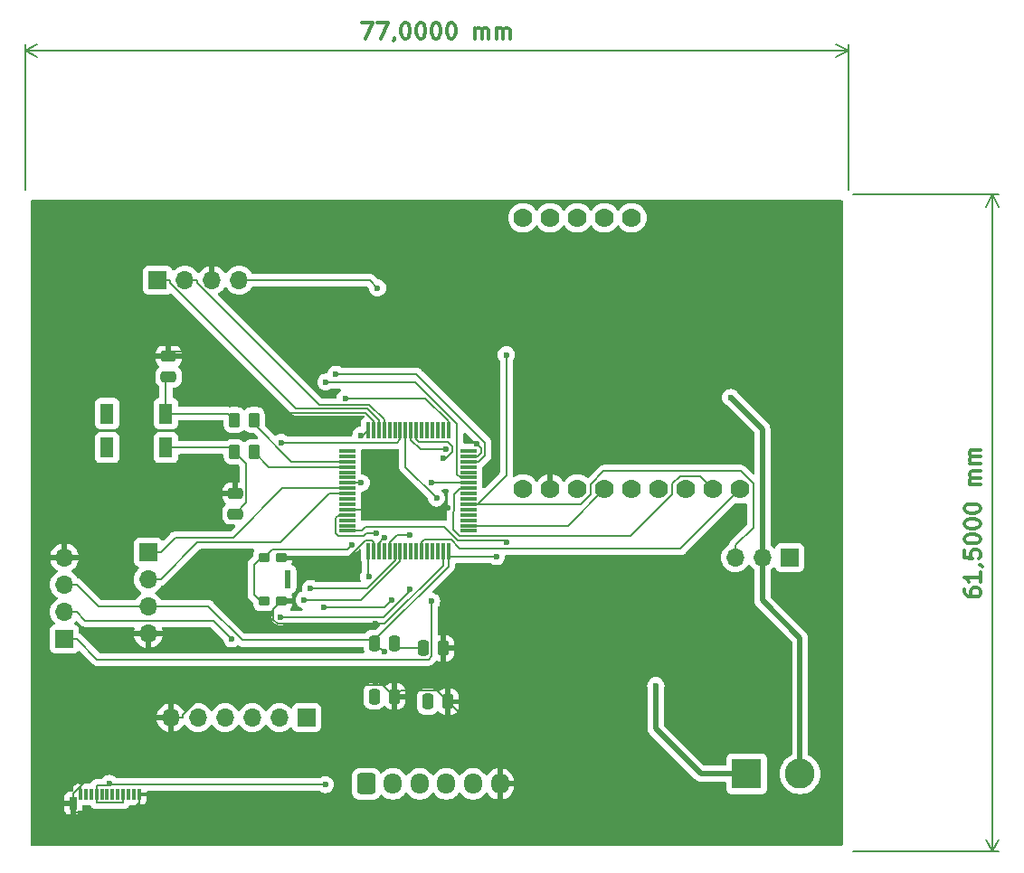
<source format=gbr>
%TF.GenerationSoftware,KiCad,Pcbnew,8.0.8*%
%TF.CreationDate,2025-01-27T11:39:49+01:00*%
%TF.ProjectId,PGE_PCB,5047455f-5043-4422-9e6b-696361645f70,rev?*%
%TF.SameCoordinates,Original*%
%TF.FileFunction,Copper,L1,Top*%
%TF.FilePolarity,Positive*%
%FSLAX46Y46*%
G04 Gerber Fmt 4.6, Leading zero omitted, Abs format (unit mm)*
G04 Created by KiCad (PCBNEW 8.0.8) date 2025-01-27 11:39:49*
%MOMM*%
%LPD*%
G01*
G04 APERTURE LIST*
G04 Aperture macros list*
%AMRoundRect*
0 Rectangle with rounded corners*
0 $1 Rounding radius*
0 $2 $3 $4 $5 $6 $7 $8 $9 X,Y pos of 4 corners*
0 Add a 4 corners polygon primitive as box body*
4,1,4,$2,$3,$4,$5,$6,$7,$8,$9,$2,$3,0*
0 Add four circle primitives for the rounded corners*
1,1,$1+$1,$2,$3*
1,1,$1+$1,$4,$5*
1,1,$1+$1,$6,$7*
1,1,$1+$1,$8,$9*
0 Add four rect primitives between the rounded corners*
20,1,$1+$1,$2,$3,$4,$5,0*
20,1,$1+$1,$4,$5,$6,$7,0*
20,1,$1+$1,$6,$7,$8,$9,0*
20,1,$1+$1,$8,$9,$2,$3,0*%
G04 Aperture macros list end*
%ADD10C,0.300000*%
%TA.AperFunction,NonConductor*%
%ADD11C,0.300000*%
%TD*%
%TA.AperFunction,NonConductor*%
%ADD12C,0.200000*%
%TD*%
%TA.AperFunction,SMDPad,CuDef*%
%ADD13RoundRect,0.250000X-0.262500X-0.450000X0.262500X-0.450000X0.262500X0.450000X-0.262500X0.450000X0*%
%TD*%
%TA.AperFunction,SMDPad,CuDef*%
%ADD14RoundRect,0.250000X-0.475000X0.250000X-0.475000X-0.250000X0.475000X-0.250000X0.475000X0.250000X0*%
%TD*%
%TA.AperFunction,SMDPad,CuDef*%
%ADD15R,1.300000X1.900000*%
%TD*%
%TA.AperFunction,SMDPad,CuDef*%
%ADD16RoundRect,0.250000X-0.250000X-0.475000X0.250000X-0.475000X0.250000X0.475000X-0.250000X0.475000X0*%
%TD*%
%TA.AperFunction,ComponentPad*%
%ADD17RoundRect,0.250000X-0.600000X-0.725000X0.600000X-0.725000X0.600000X0.725000X-0.600000X0.725000X0*%
%TD*%
%TA.AperFunction,ComponentPad*%
%ADD18O,1.700000X1.950000*%
%TD*%
%TA.AperFunction,ComponentPad*%
%ADD19R,1.700000X1.700000*%
%TD*%
%TA.AperFunction,ComponentPad*%
%ADD20O,1.700000X1.700000*%
%TD*%
%TA.AperFunction,ComponentPad*%
%ADD21C,1.778000*%
%TD*%
%TA.AperFunction,SMDPad,CuDef*%
%ADD22R,0.380000X1.000000*%
%TD*%
%TA.AperFunction,SMDPad,CuDef*%
%ADD23R,0.700000X1.150000*%
%TD*%
%TA.AperFunction,SMDPad,CuDef*%
%ADD24RoundRect,0.135000X-0.365000X0.315000X-0.365000X-0.315000X0.365000X-0.315000X0.365000X0.315000X0*%
%TD*%
%TA.AperFunction,SMDPad,CuDef*%
%ADD25RoundRect,0.082500X-0.192500X0.767500X-0.192500X-0.767500X0.192500X-0.767500X0.192500X0.767500X0*%
%TD*%
%TA.AperFunction,ComponentPad*%
%ADD26R,2.800000X2.800000*%
%TD*%
%TA.AperFunction,ComponentPad*%
%ADD27C,2.800000*%
%TD*%
%TA.AperFunction,SMDPad,CuDef*%
%ADD28RoundRect,0.075000X-0.700000X-0.075000X0.700000X-0.075000X0.700000X0.075000X-0.700000X0.075000X0*%
%TD*%
%TA.AperFunction,SMDPad,CuDef*%
%ADD29RoundRect,0.075000X-0.075000X-0.700000X0.075000X-0.700000X0.075000X0.700000X-0.075000X0.700000X0*%
%TD*%
%TA.AperFunction,ViaPad*%
%ADD30C,0.600000*%
%TD*%
%TA.AperFunction,Conductor*%
%ADD31C,0.200000*%
%TD*%
%TA.AperFunction,Conductor*%
%ADD32C,0.500000*%
%TD*%
G04 APERTURE END LIST*
D10*
D11*
X122500001Y-46878328D02*
X123500001Y-46878328D01*
X123500001Y-46878328D02*
X122857144Y-48378328D01*
X123928572Y-46878328D02*
X124928572Y-46878328D01*
X124928572Y-46878328D02*
X124285715Y-48378328D01*
X125571429Y-48306900D02*
X125571429Y-48378328D01*
X125571429Y-48378328D02*
X125500000Y-48521185D01*
X125500000Y-48521185D02*
X125428572Y-48592614D01*
X126500001Y-46878328D02*
X126642858Y-46878328D01*
X126642858Y-46878328D02*
X126785715Y-46949757D01*
X126785715Y-46949757D02*
X126857144Y-47021185D01*
X126857144Y-47021185D02*
X126928572Y-47164042D01*
X126928572Y-47164042D02*
X127000001Y-47449757D01*
X127000001Y-47449757D02*
X127000001Y-47806900D01*
X127000001Y-47806900D02*
X126928572Y-48092614D01*
X126928572Y-48092614D02*
X126857144Y-48235471D01*
X126857144Y-48235471D02*
X126785715Y-48306900D01*
X126785715Y-48306900D02*
X126642858Y-48378328D01*
X126642858Y-48378328D02*
X126500001Y-48378328D01*
X126500001Y-48378328D02*
X126357144Y-48306900D01*
X126357144Y-48306900D02*
X126285715Y-48235471D01*
X126285715Y-48235471D02*
X126214286Y-48092614D01*
X126214286Y-48092614D02*
X126142858Y-47806900D01*
X126142858Y-47806900D02*
X126142858Y-47449757D01*
X126142858Y-47449757D02*
X126214286Y-47164042D01*
X126214286Y-47164042D02*
X126285715Y-47021185D01*
X126285715Y-47021185D02*
X126357144Y-46949757D01*
X126357144Y-46949757D02*
X126500001Y-46878328D01*
X127928572Y-46878328D02*
X128071429Y-46878328D01*
X128071429Y-46878328D02*
X128214286Y-46949757D01*
X128214286Y-46949757D02*
X128285715Y-47021185D01*
X128285715Y-47021185D02*
X128357143Y-47164042D01*
X128357143Y-47164042D02*
X128428572Y-47449757D01*
X128428572Y-47449757D02*
X128428572Y-47806900D01*
X128428572Y-47806900D02*
X128357143Y-48092614D01*
X128357143Y-48092614D02*
X128285715Y-48235471D01*
X128285715Y-48235471D02*
X128214286Y-48306900D01*
X128214286Y-48306900D02*
X128071429Y-48378328D01*
X128071429Y-48378328D02*
X127928572Y-48378328D01*
X127928572Y-48378328D02*
X127785715Y-48306900D01*
X127785715Y-48306900D02*
X127714286Y-48235471D01*
X127714286Y-48235471D02*
X127642857Y-48092614D01*
X127642857Y-48092614D02*
X127571429Y-47806900D01*
X127571429Y-47806900D02*
X127571429Y-47449757D01*
X127571429Y-47449757D02*
X127642857Y-47164042D01*
X127642857Y-47164042D02*
X127714286Y-47021185D01*
X127714286Y-47021185D02*
X127785715Y-46949757D01*
X127785715Y-46949757D02*
X127928572Y-46878328D01*
X129357143Y-46878328D02*
X129500000Y-46878328D01*
X129500000Y-46878328D02*
X129642857Y-46949757D01*
X129642857Y-46949757D02*
X129714286Y-47021185D01*
X129714286Y-47021185D02*
X129785714Y-47164042D01*
X129785714Y-47164042D02*
X129857143Y-47449757D01*
X129857143Y-47449757D02*
X129857143Y-47806900D01*
X129857143Y-47806900D02*
X129785714Y-48092614D01*
X129785714Y-48092614D02*
X129714286Y-48235471D01*
X129714286Y-48235471D02*
X129642857Y-48306900D01*
X129642857Y-48306900D02*
X129500000Y-48378328D01*
X129500000Y-48378328D02*
X129357143Y-48378328D01*
X129357143Y-48378328D02*
X129214286Y-48306900D01*
X129214286Y-48306900D02*
X129142857Y-48235471D01*
X129142857Y-48235471D02*
X129071428Y-48092614D01*
X129071428Y-48092614D02*
X129000000Y-47806900D01*
X129000000Y-47806900D02*
X129000000Y-47449757D01*
X129000000Y-47449757D02*
X129071428Y-47164042D01*
X129071428Y-47164042D02*
X129142857Y-47021185D01*
X129142857Y-47021185D02*
X129214286Y-46949757D01*
X129214286Y-46949757D02*
X129357143Y-46878328D01*
X130785714Y-46878328D02*
X130928571Y-46878328D01*
X130928571Y-46878328D02*
X131071428Y-46949757D01*
X131071428Y-46949757D02*
X131142857Y-47021185D01*
X131142857Y-47021185D02*
X131214285Y-47164042D01*
X131214285Y-47164042D02*
X131285714Y-47449757D01*
X131285714Y-47449757D02*
X131285714Y-47806900D01*
X131285714Y-47806900D02*
X131214285Y-48092614D01*
X131214285Y-48092614D02*
X131142857Y-48235471D01*
X131142857Y-48235471D02*
X131071428Y-48306900D01*
X131071428Y-48306900D02*
X130928571Y-48378328D01*
X130928571Y-48378328D02*
X130785714Y-48378328D01*
X130785714Y-48378328D02*
X130642857Y-48306900D01*
X130642857Y-48306900D02*
X130571428Y-48235471D01*
X130571428Y-48235471D02*
X130499999Y-48092614D01*
X130499999Y-48092614D02*
X130428571Y-47806900D01*
X130428571Y-47806900D02*
X130428571Y-47449757D01*
X130428571Y-47449757D02*
X130499999Y-47164042D01*
X130499999Y-47164042D02*
X130571428Y-47021185D01*
X130571428Y-47021185D02*
X130642857Y-46949757D01*
X130642857Y-46949757D02*
X130785714Y-46878328D01*
X133071427Y-48378328D02*
X133071427Y-47378328D01*
X133071427Y-47521185D02*
X133142856Y-47449757D01*
X133142856Y-47449757D02*
X133285713Y-47378328D01*
X133285713Y-47378328D02*
X133499999Y-47378328D01*
X133499999Y-47378328D02*
X133642856Y-47449757D01*
X133642856Y-47449757D02*
X133714285Y-47592614D01*
X133714285Y-47592614D02*
X133714285Y-48378328D01*
X133714285Y-47592614D02*
X133785713Y-47449757D01*
X133785713Y-47449757D02*
X133928570Y-47378328D01*
X133928570Y-47378328D02*
X134142856Y-47378328D01*
X134142856Y-47378328D02*
X134285713Y-47449757D01*
X134285713Y-47449757D02*
X134357142Y-47592614D01*
X134357142Y-47592614D02*
X134357142Y-48378328D01*
X135071427Y-48378328D02*
X135071427Y-47378328D01*
X135071427Y-47521185D02*
X135142856Y-47449757D01*
X135142856Y-47449757D02*
X135285713Y-47378328D01*
X135285713Y-47378328D02*
X135499999Y-47378328D01*
X135499999Y-47378328D02*
X135642856Y-47449757D01*
X135642856Y-47449757D02*
X135714285Y-47592614D01*
X135714285Y-47592614D02*
X135714285Y-48378328D01*
X135714285Y-47592614D02*
X135785713Y-47449757D01*
X135785713Y-47449757D02*
X135928570Y-47378328D01*
X135928570Y-47378328D02*
X136142856Y-47378328D01*
X136142856Y-47378328D02*
X136285713Y-47449757D01*
X136285713Y-47449757D02*
X136357142Y-47592614D01*
X136357142Y-47592614D02*
X136357142Y-48378328D01*
D12*
X91000000Y-62500000D02*
X91000000Y-48913580D01*
X168000000Y-62500000D02*
X168000000Y-48913580D01*
X91000000Y-49500000D02*
X168000000Y-49500000D01*
X91000000Y-49500000D02*
X168000000Y-49500000D01*
X91000000Y-49500000D02*
X92126504Y-48913579D01*
X91000000Y-49500000D02*
X92126504Y-50086421D01*
X168000000Y-49500000D02*
X166873496Y-50086421D01*
X168000000Y-49500000D02*
X166873496Y-48913579D01*
D10*
D11*
X178878328Y-99964284D02*
X178878328Y-100249998D01*
X178878328Y-100249998D02*
X178949757Y-100392855D01*
X178949757Y-100392855D02*
X179021185Y-100464284D01*
X179021185Y-100464284D02*
X179235471Y-100607141D01*
X179235471Y-100607141D02*
X179521185Y-100678569D01*
X179521185Y-100678569D02*
X180092614Y-100678569D01*
X180092614Y-100678569D02*
X180235471Y-100607141D01*
X180235471Y-100607141D02*
X180306900Y-100535712D01*
X180306900Y-100535712D02*
X180378328Y-100392855D01*
X180378328Y-100392855D02*
X180378328Y-100107141D01*
X180378328Y-100107141D02*
X180306900Y-99964284D01*
X180306900Y-99964284D02*
X180235471Y-99892855D01*
X180235471Y-99892855D02*
X180092614Y-99821426D01*
X180092614Y-99821426D02*
X179735471Y-99821426D01*
X179735471Y-99821426D02*
X179592614Y-99892855D01*
X179592614Y-99892855D02*
X179521185Y-99964284D01*
X179521185Y-99964284D02*
X179449757Y-100107141D01*
X179449757Y-100107141D02*
X179449757Y-100392855D01*
X179449757Y-100392855D02*
X179521185Y-100535712D01*
X179521185Y-100535712D02*
X179592614Y-100607141D01*
X179592614Y-100607141D02*
X179735471Y-100678569D01*
X180378328Y-98392855D02*
X180378328Y-99249998D01*
X180378328Y-98821427D02*
X178878328Y-98821427D01*
X178878328Y-98821427D02*
X179092614Y-98964284D01*
X179092614Y-98964284D02*
X179235471Y-99107141D01*
X179235471Y-99107141D02*
X179306900Y-99249998D01*
X180306900Y-97678570D02*
X180378328Y-97678570D01*
X180378328Y-97678570D02*
X180521185Y-97749999D01*
X180521185Y-97749999D02*
X180592614Y-97821427D01*
X178878328Y-96321427D02*
X178878328Y-97035713D01*
X178878328Y-97035713D02*
X179592614Y-97107141D01*
X179592614Y-97107141D02*
X179521185Y-97035713D01*
X179521185Y-97035713D02*
X179449757Y-96892856D01*
X179449757Y-96892856D02*
X179449757Y-96535713D01*
X179449757Y-96535713D02*
X179521185Y-96392856D01*
X179521185Y-96392856D02*
X179592614Y-96321427D01*
X179592614Y-96321427D02*
X179735471Y-96249998D01*
X179735471Y-96249998D02*
X180092614Y-96249998D01*
X180092614Y-96249998D02*
X180235471Y-96321427D01*
X180235471Y-96321427D02*
X180306900Y-96392856D01*
X180306900Y-96392856D02*
X180378328Y-96535713D01*
X180378328Y-96535713D02*
X180378328Y-96892856D01*
X180378328Y-96892856D02*
X180306900Y-97035713D01*
X180306900Y-97035713D02*
X180235471Y-97107141D01*
X178878328Y-95321427D02*
X178878328Y-95178570D01*
X178878328Y-95178570D02*
X178949757Y-95035713D01*
X178949757Y-95035713D02*
X179021185Y-94964285D01*
X179021185Y-94964285D02*
X179164042Y-94892856D01*
X179164042Y-94892856D02*
X179449757Y-94821427D01*
X179449757Y-94821427D02*
X179806900Y-94821427D01*
X179806900Y-94821427D02*
X180092614Y-94892856D01*
X180092614Y-94892856D02*
X180235471Y-94964285D01*
X180235471Y-94964285D02*
X180306900Y-95035713D01*
X180306900Y-95035713D02*
X180378328Y-95178570D01*
X180378328Y-95178570D02*
X180378328Y-95321427D01*
X180378328Y-95321427D02*
X180306900Y-95464285D01*
X180306900Y-95464285D02*
X180235471Y-95535713D01*
X180235471Y-95535713D02*
X180092614Y-95607142D01*
X180092614Y-95607142D02*
X179806900Y-95678570D01*
X179806900Y-95678570D02*
X179449757Y-95678570D01*
X179449757Y-95678570D02*
X179164042Y-95607142D01*
X179164042Y-95607142D02*
X179021185Y-95535713D01*
X179021185Y-95535713D02*
X178949757Y-95464285D01*
X178949757Y-95464285D02*
X178878328Y-95321427D01*
X178878328Y-93892856D02*
X178878328Y-93749999D01*
X178878328Y-93749999D02*
X178949757Y-93607142D01*
X178949757Y-93607142D02*
X179021185Y-93535714D01*
X179021185Y-93535714D02*
X179164042Y-93464285D01*
X179164042Y-93464285D02*
X179449757Y-93392856D01*
X179449757Y-93392856D02*
X179806900Y-93392856D01*
X179806900Y-93392856D02*
X180092614Y-93464285D01*
X180092614Y-93464285D02*
X180235471Y-93535714D01*
X180235471Y-93535714D02*
X180306900Y-93607142D01*
X180306900Y-93607142D02*
X180378328Y-93749999D01*
X180378328Y-93749999D02*
X180378328Y-93892856D01*
X180378328Y-93892856D02*
X180306900Y-94035714D01*
X180306900Y-94035714D02*
X180235471Y-94107142D01*
X180235471Y-94107142D02*
X180092614Y-94178571D01*
X180092614Y-94178571D02*
X179806900Y-94249999D01*
X179806900Y-94249999D02*
X179449757Y-94249999D01*
X179449757Y-94249999D02*
X179164042Y-94178571D01*
X179164042Y-94178571D02*
X179021185Y-94107142D01*
X179021185Y-94107142D02*
X178949757Y-94035714D01*
X178949757Y-94035714D02*
X178878328Y-93892856D01*
X178878328Y-92464285D02*
X178878328Y-92321428D01*
X178878328Y-92321428D02*
X178949757Y-92178571D01*
X178949757Y-92178571D02*
X179021185Y-92107143D01*
X179021185Y-92107143D02*
X179164042Y-92035714D01*
X179164042Y-92035714D02*
X179449757Y-91964285D01*
X179449757Y-91964285D02*
X179806900Y-91964285D01*
X179806900Y-91964285D02*
X180092614Y-92035714D01*
X180092614Y-92035714D02*
X180235471Y-92107143D01*
X180235471Y-92107143D02*
X180306900Y-92178571D01*
X180306900Y-92178571D02*
X180378328Y-92321428D01*
X180378328Y-92321428D02*
X180378328Y-92464285D01*
X180378328Y-92464285D02*
X180306900Y-92607143D01*
X180306900Y-92607143D02*
X180235471Y-92678571D01*
X180235471Y-92678571D02*
X180092614Y-92750000D01*
X180092614Y-92750000D02*
X179806900Y-92821428D01*
X179806900Y-92821428D02*
X179449757Y-92821428D01*
X179449757Y-92821428D02*
X179164042Y-92750000D01*
X179164042Y-92750000D02*
X179021185Y-92678571D01*
X179021185Y-92678571D02*
X178949757Y-92607143D01*
X178949757Y-92607143D02*
X178878328Y-92464285D01*
X180378328Y-90178572D02*
X179378328Y-90178572D01*
X179521185Y-90178572D02*
X179449757Y-90107143D01*
X179449757Y-90107143D02*
X179378328Y-89964286D01*
X179378328Y-89964286D02*
X179378328Y-89750000D01*
X179378328Y-89750000D02*
X179449757Y-89607143D01*
X179449757Y-89607143D02*
X179592614Y-89535715D01*
X179592614Y-89535715D02*
X180378328Y-89535715D01*
X179592614Y-89535715D02*
X179449757Y-89464286D01*
X179449757Y-89464286D02*
X179378328Y-89321429D01*
X179378328Y-89321429D02*
X179378328Y-89107143D01*
X179378328Y-89107143D02*
X179449757Y-88964286D01*
X179449757Y-88964286D02*
X179592614Y-88892857D01*
X179592614Y-88892857D02*
X180378328Y-88892857D01*
X180378328Y-88178572D02*
X179378328Y-88178572D01*
X179521185Y-88178572D02*
X179449757Y-88107143D01*
X179449757Y-88107143D02*
X179378328Y-87964286D01*
X179378328Y-87964286D02*
X179378328Y-87750000D01*
X179378328Y-87750000D02*
X179449757Y-87607143D01*
X179449757Y-87607143D02*
X179592614Y-87535715D01*
X179592614Y-87535715D02*
X180378328Y-87535715D01*
X179592614Y-87535715D02*
X179449757Y-87464286D01*
X179449757Y-87464286D02*
X179378328Y-87321429D01*
X179378328Y-87321429D02*
X179378328Y-87107143D01*
X179378328Y-87107143D02*
X179449757Y-86964286D01*
X179449757Y-86964286D02*
X179592614Y-86892857D01*
X179592614Y-86892857D02*
X180378328Y-86892857D01*
D12*
X168500000Y-63000000D02*
X182086420Y-63000000D01*
X168500000Y-124500000D02*
X182086420Y-124500000D01*
X181500000Y-63000000D02*
X181500000Y-124500000D01*
X181500000Y-63000000D02*
X181500000Y-124500000D01*
X181500000Y-63000000D02*
X182086421Y-64126504D01*
X181500000Y-63000000D02*
X180913579Y-64126504D01*
X181500000Y-124500000D02*
X180913579Y-123373496D01*
X181500000Y-124500000D02*
X182086421Y-123373496D01*
D13*
%TO.P,R1,1*%
%TO.N,Net-(C1-Pad2)*%
X110575000Y-84100000D03*
%TO.P,R1,2*%
%TO.N,Net-(U1-PC14)*%
X112400000Y-84100000D03*
%TD*%
D14*
%TO.P,C1,1*%
%TO.N,VREF-*%
X104400000Y-78150000D03*
%TO.P,C1,2*%
%TO.N,Net-(C1-Pad2)*%
X104400000Y-80050000D03*
%TD*%
D15*
%TO.P,Y1,1*%
%TO.N,Net-(C1-Pad2)*%
X104150000Y-83500000D03*
%TO.P,Y1,2*%
%TO.N,N/C*%
X98650000Y-83500000D03*
%TO.P,Y1,3*%
X98650000Y-86700000D03*
%TO.P,Y1,4*%
%TO.N,Net-(C2-Pad2)*%
X104150000Y-86700000D03*
%TD*%
D16*
%TO.P,C21,1*%
%TO.N,VDD*%
X123650000Y-105000000D03*
%TO.P,C21,2*%
%TO.N,Net-(C18-Pad1)*%
X125550000Y-105000000D03*
%TD*%
D13*
%TO.P,R2,1*%
%TO.N,Net-(C2-Pad2)*%
X110575000Y-87100000D03*
%TO.P,R2,2*%
%TO.N,Net-(U1-PC15)*%
X112400000Y-87100000D03*
%TD*%
D16*
%TO.P,C18,1*%
%TO.N,Net-(C18-Pad1)*%
X128200000Y-105500000D03*
%TO.P,C18,2*%
%TO.N,VREF-*%
X130100000Y-105500000D03*
%TD*%
D17*
%TO.P,ST_LINK1,1,Pin_1*%
%TO.N,SWDIO*%
X122900000Y-118200000D03*
D18*
%TO.P,ST_LINK1,2,Pin_2*%
%TO.N,SWCLK*%
X125400000Y-118200000D03*
%TO.P,ST_LINK1,3,Pin_3*%
%TO.N,NSRT*%
X127900000Y-118200000D03*
%TO.P,ST_LINK1,4,Pin_4*%
%TO.N,SWO*%
X130400000Y-118200000D03*
%TO.P,ST_LINK1,5,Pin_5*%
%TO.N,VDD*%
X132900000Y-118200000D03*
%TO.P,ST_LINK1,6,Pin_6*%
%TO.N,VREF-*%
X135400000Y-118200000D03*
%TD*%
D16*
%TO.P,C19,1*%
%TO.N,VREF*%
X128650000Y-110500000D03*
%TO.P,C19,2*%
%TO.N,VREF-*%
X130550000Y-110500000D03*
%TD*%
D19*
%TO.P,GPS_J4,1,Pin_1*%
%TO.N,GPS_SDA*%
X103380000Y-71000000D03*
D20*
%TO.P,GPS_J4,2,Pin_2*%
%TO.N,GPS_SCL*%
X105920000Y-71000000D03*
%TO.P,GPS_J4,3,Pin_3*%
%TO.N,VREF-*%
X108460000Y-71000000D03*
%TO.P,GPS_J4,4,Pin_4*%
%TO.N,VDD*%
X111000000Y-71000000D03*
%TD*%
D21*
%TO.P,RFM9x1,1,Vin*%
%TO.N,VDD_LORA*%
X137586000Y-90565000D03*
%TO.P,RFM9x1,2,GND*%
%TO.N,VREF-*%
X140126000Y-90565000D03*
%TO.P,RFM9x1,3,EN*%
%TO.N,unconnected-(RFM9x1-EN-Pad3)*%
X142666000Y-90565000D03*
%TO.P,RFM9x1,4,G0*%
%TO.N,LORA_G0*%
X145206000Y-90565000D03*
%TO.P,RFM9x1,5,SCK*%
%TO.N,LoRa_SCK*%
X147746000Y-90565000D03*
%TO.P,RFM9x1,6,MISO*%
%TO.N,LoRa_MISO*%
X150286000Y-90565000D03*
%TO.P,RFM9x1,7,MOSI*%
%TO.N,LoRa_MOSI*%
X152826000Y-90565000D03*
%TO.P,RFM9x1,8,CS*%
%TO.N,LoRa_CS*%
X155366000Y-90565000D03*
%TO.P,RFM9x1,9,RST*%
%TO.N,LoRa_RST*%
X157906000Y-90565000D03*
%TO.P,RFM9x1,10,G1*%
%TO.N,LORA_G1*%
X137586000Y-65165000D03*
%TO.P,RFM9x1,11,G2*%
%TO.N,unconnected-(RFM9x1-G2-Pad11)*%
X140126000Y-65165000D03*
%TO.P,RFM9x1,12,G3*%
%TO.N,unconnected-(RFM9x1-G3-Pad12)*%
X142666000Y-65165000D03*
%TO.P,RFM9x1,13,G4*%
%TO.N,unconnected-(RFM9x1-G4-Pad13)*%
X145206000Y-65165000D03*
%TO.P,RFM9x1,14,G5*%
%TO.N,unconnected-(RFM9x1-G5-Pad14)*%
X147746000Y-65165000D03*
%TD*%
D14*
%TO.P,C2,1*%
%TO.N,VREF-*%
X110650000Y-91000000D03*
%TO.P,C2,2*%
%TO.N,Net-(C2-Pad2)*%
X110650000Y-92900000D03*
%TD*%
D16*
%TO.P,C20,1*%
%TO.N,VREF+*%
X123650000Y-110000000D03*
%TO.P,C20,2*%
%TO.N,VREF-*%
X125550000Y-110000000D03*
%TD*%
D19*
%TO.P,J1,1,Pin_1*%
%TO.N,USB_5V*%
X162525000Y-97000000D03*
D20*
%TO.P,J1,2,Pin_2*%
%TO.N,V-_bat_5V*%
X159985000Y-97000000D03*
%TO.P,J1,3,Pin_3*%
%TO.N,OneWire*%
X157445000Y-97000000D03*
%TD*%
D19*
%TO.P,SPI_SD1,1,Pin_1*%
%TO.N,MISO_SPI*%
X117310000Y-112000000D03*
D20*
%TO.P,SPI_SD1,2,Pin_2*%
%TO.N,MOSI_SD*%
X114770000Y-112000000D03*
%TO.P,SPI_SD1,3,Pin_3*%
%TO.N,SCK_SD*%
X112230000Y-112000000D03*
%TO.P,SPI_SD1,4,Pin_4*%
%TO.N,CS_SD*%
X109690000Y-112000000D03*
%TO.P,SPI_SD1,5,Pin_5*%
%TO.N,VDD*%
X107150000Y-112000000D03*
%TO.P,SPI_SD1,6,Pin_6*%
%TO.N,VREF-*%
X104610000Y-112000000D03*
%TD*%
D22*
%TO.P,P1,A1,GND*%
%TO.N,VREF-*%
X96150000Y-119160000D03*
%TO.P,P1,A2*%
%TO.N,N/C*%
X96650000Y-119160000D03*
%TO.P,P1,A3*%
X97150000Y-119160000D03*
%TO.P,P1,A4,VBUS*%
%TO.N,USB_5V*%
X97650000Y-119160000D03*
%TO.P,P1,A5,CC*%
%TO.N,unconnected-(P1-CC-PadA5)*%
X98150000Y-119160000D03*
%TO.P,P1,A6,D+*%
%TO.N,unconnected-(P1-D+-PadA6)*%
X98650000Y-119160000D03*
%TO.P,P1,A7,D-*%
%TO.N,unconnected-(P1-D--PadA7)*%
X99150000Y-119160000D03*
%TO.P,P1,A8*%
%TO.N,N/C*%
X99650000Y-119160000D03*
%TO.P,P1,A9,VBUS*%
%TO.N,USB_5V*%
X100150000Y-119160000D03*
%TO.P,P1,A10*%
%TO.N,N/C*%
X100650000Y-119160000D03*
%TO.P,P1,A11*%
X101150000Y-119160000D03*
%TO.P,P1,A12,GND*%
%TO.N,VREF-*%
X101650000Y-119160000D03*
D23*
%TO.P,P1,S1,SHIELD*%
X95480000Y-120000000D03*
%TD*%
D24*
%TO.P,SW1,1,1*%
%TO.N,VREF-*%
X114950000Y-96975000D03*
X114950000Y-101075000D03*
%TO.P,SW1,2,2*%
%TO.N,NSRT*%
X113350000Y-96975000D03*
X113350000Y-101075000D03*
D25*
%TO.P,SW1,SH*%
%TO.N,N/C*%
X115575000Y-99025000D03*
%TD*%
D26*
%TO.P,CN2,1,Pin_1*%
%TO.N,V+_bat_5V*%
X158500000Y-117250000D03*
D27*
%TO.P,CN2,2,Pin_2*%
%TO.N,V-_bat_5V*%
X163500000Y-117250000D03*
%TD*%
D28*
%TO.P,U1,1,VBAT*%
%TO.N,unconnected-(U1-VBAT-Pad1)*%
X121150000Y-87000000D03*
%TO.P,U1,2,PC13*%
%TO.N,unconnected-(U1-PC13-Pad2)*%
X121150000Y-87500000D03*
%TO.P,U1,3,RCC_OSC32_IN*%
%TO.N,Net-(U1-PC14)*%
X121150000Y-88000000D03*
%TO.P,U1,4,RCC_OSC32_OUT*%
%TO.N,Net-(U1-PC15)*%
X121150000Y-88500000D03*
%TO.P,U1,5,PH0*%
%TO.N,unconnected-(U1-PH0-Pad5)*%
X121150000Y-89000000D03*
%TO.P,U1,6,PH1*%
%TO.N,unconnected-(U1-PH1-Pad6)*%
X121150000Y-89500000D03*
%TO.P,U1,7,NRST*%
%TO.N,NSRT*%
X121150000Y-90000000D03*
%TO.P,U1,8,PC0*%
%TO.N,SCL*%
X121150000Y-90500000D03*
%TO.P,U1,9,PC1*%
%TO.N,SDA*%
X121150000Y-91000000D03*
%TO.P,U1,10,PC2*%
%TO.N,unconnected-(U1-PC2-Pad10)*%
X121150000Y-91500000D03*
%TO.P,U1,11,PC3*%
%TO.N,unconnected-(U1-PC3-Pad11)*%
X121150000Y-92000000D03*
%TO.P,U1,12,VSSA*%
%TO.N,VREF-*%
X121150000Y-92500000D03*
%TO.P,U1,13,VDDA*%
%TO.N,VDD*%
X121150000Y-93000000D03*
%TO.P,U1,14,PA0*%
%TO.N,unconnected-(U1-PA0-Pad14)*%
X121150000Y-93500000D03*
%TO.P,U1,15,PA1*%
%TO.N,unconnected-(U1-PA1-Pad15)*%
X121150000Y-94000000D03*
%TO.P,U1,16,PA2*%
%TO.N,CMD_PW*%
X121150000Y-94500000D03*
D29*
%TO.P,U1,17,PA3*%
%TO.N,SWO*%
X123075000Y-96425000D03*
%TO.P,U1,18,VSS*%
%TO.N,VREF-*%
X123575000Y-96425000D03*
%TO.P,U1,19,VDD*%
%TO.N,VDD*%
X124075000Y-96425000D03*
%TO.P,U1,20,PA4*%
%TO.N,unconnected-(U1-PA4-Pad20)*%
X124575000Y-96425000D03*
%TO.P,U1,21,PA5*%
%TO.N,SCK_SD*%
X125075000Y-96425000D03*
%TO.P,U1,22,PA6*%
%TO.N,MISO_SPI*%
X125575000Y-96425000D03*
%TO.P,U1,23,PA7*%
%TO.N,MOSI_SD*%
X126075000Y-96425000D03*
%TO.P,U1,24,PC4*%
%TO.N,unconnected-(U1-PC4-Pad24)*%
X126575000Y-96425000D03*
%TO.P,U1,25,PC5*%
%TO.N,unconnected-(U1-PC5-Pad25)*%
X127075000Y-96425000D03*
%TO.P,U1,26,PB0*%
%TO.N,unconnected-(U1-PB0-Pad26)*%
X127575000Y-96425000D03*
%TO.P,U1,27,PB1*%
%TO.N,LoRa_RST*%
X128075000Y-96425000D03*
%TO.P,U1,28,PB2*%
%TO.N,unconnected-(U1-PB2-Pad28)*%
X128575000Y-96425000D03*
%TO.P,U1,29,PB10*%
%TO.N,unconnected-(U1-PB10-Pad29)*%
X129075000Y-96425000D03*
%TO.P,U1,30,PB11*%
%TO.N,unconnected-(U1-PB11-Pad30)*%
X129575000Y-96425000D03*
%TO.P,U1,31,VSS*%
%TO.N,VREF-*%
X130075000Y-96425000D03*
%TO.P,U1,32,VDD*%
%TO.N,VDD*%
X130575000Y-96425000D03*
D28*
%TO.P,U1,33,PB12*%
%TO.N,unconnected-(U1-PB12-Pad33)*%
X132500000Y-94500000D03*
%TO.P,U1,34,PB13*%
%TO.N,LORA_G0*%
X132500000Y-94000000D03*
%TO.P,U1,35,PB14*%
%TO.N,unconnected-(U1-PB14-Pad35)*%
X132500000Y-93500000D03*
%TO.P,U1,36,PB15*%
%TO.N,unconnected-(U1-PB15-Pad36)*%
X132500000Y-93000000D03*
%TO.P,U1,37,PC6*%
%TO.N,unconnected-(U1-PC6-Pad37)*%
X132500000Y-92500000D03*
%TO.P,U1,38,PC7*%
%TO.N,OneWire*%
X132500000Y-92000000D03*
%TO.P,U1,39,PC8*%
%TO.N,unconnected-(U1-PC8-Pad39)*%
X132500000Y-91500000D03*
%TO.P,U1,40,PC9*%
%TO.N,unconnected-(U1-PC9-Pad40)*%
X132500000Y-91000000D03*
%TO.P,U1,41,PA8*%
%TO.N,LoRa_CS*%
X132500000Y-90500000D03*
%TO.P,U1,42,USART1_TX*%
%TO.N,Tx_uart*%
X132500000Y-90000000D03*
%TO.P,U1,43,USART1_RX*%
%TO.N,Rx_uart*%
X132500000Y-89500000D03*
%TO.P,U1,44,PA11*%
%TO.N,unconnected-(U1-PA11-Pad44)*%
X132500000Y-89000000D03*
%TO.P,U1,45,PA12*%
%TO.N,unconnected-(U1-PA12-Pad45)*%
X132500000Y-88500000D03*
%TO.P,U1,46,SYS_JTMS-SWDIO*%
%TO.N,SWDIO*%
X132500000Y-88000000D03*
%TO.P,U1,47,VSS*%
%TO.N,VREF-*%
X132500000Y-87500000D03*
%TO.P,U1,48,VDDUSB*%
%TO.N,unconnected-(U1-VDDUSB-Pad48)*%
X132500000Y-87000000D03*
D29*
%TO.P,U1,49,SYS_JTCK-SWCLK*%
%TO.N,SWCLK*%
X130575000Y-85075000D03*
%TO.P,U1,50,PA15*%
%TO.N,unconnected-(U1-PA15-Pad50)*%
X130075000Y-85075000D03*
%TO.P,U1,51,PC10*%
%TO.N,unconnected-(U1-PC10-Pad51)*%
X129575000Y-85075000D03*
%TO.P,U1,52,PC11*%
%TO.N,unconnected-(U1-PC11-Pad52)*%
X129075000Y-85075000D03*
%TO.P,U1,53,PC12*%
%TO.N,unconnected-(U1-PC12-Pad53)*%
X128575000Y-85075000D03*
%TO.P,U1,54,PD2*%
%TO.N,unconnected-(U1-PD2-Pad54)*%
X128075000Y-85075000D03*
%TO.P,U1,55,PB3*%
%TO.N,LoRa_SCK*%
X127575000Y-85075000D03*
%TO.P,U1,56,PB4*%
%TO.N,LoRa_MISO*%
X127075000Y-85075000D03*
%TO.P,U1,57,PB5*%
%TO.N,LoRa_MOSI*%
X126575000Y-85075000D03*
%TO.P,U1,58,PB6*%
%TO.N,CS_SD*%
X126075000Y-85075000D03*
%TO.P,U1,59,PB7*%
%TO.N,unconnected-(U1-PB7-Pad59)*%
X125575000Y-85075000D03*
%TO.P,U1,60,BOOT0*%
%TO.N,unconnected-(U1-BOOT0-Pad60)*%
X125075000Y-85075000D03*
%TO.P,U1,61,PB8*%
%TO.N,GPS_SCL*%
X124575000Y-85075000D03*
%TO.P,U1,62,PB9*%
%TO.N,GPS_SDA*%
X124075000Y-85075000D03*
%TO.P,U1,63,VSS*%
%TO.N,VREF-*%
X123575000Y-85075000D03*
%TO.P,U1,64,VDD*%
%TO.N,VDD*%
X123075000Y-85075000D03*
%TD*%
D19*
%TO.P,UART1,1,Pin_1*%
%TO.N,Tx_uart*%
X94650000Y-104620000D03*
D20*
%TO.P,UART1,2,Pin_2*%
%TO.N,Rx_uart*%
X94650000Y-102080000D03*
%TO.P,UART1,3,Pin_3*%
%TO.N,VDD*%
X94650000Y-99540000D03*
%TO.P,UART1,4,Pin_4*%
%TO.N,VREF-*%
X94650000Y-97000000D03*
%TD*%
D19*
%TO.P,I2C1,1,Pin_1*%
%TO.N,SCL*%
X102500000Y-96500000D03*
D20*
%TO.P,I2C1,2,Pin_2*%
%TO.N,SDA*%
X102500000Y-99040000D03*
%TO.P,I2C1,3,Pin_3*%
%TO.N,VDD*%
X102500000Y-101580000D03*
%TO.P,I2C1,4,Pin_4*%
%TO.N,VREF-*%
X102500000Y-104120000D03*
%TD*%
D30*
%TO.N,V+_bat_5V*%
X150000000Y-109000000D03*
%TO.N,V-_bat_5V*%
X157000000Y-82000000D03*
%TO.N,SCK_SD*%
X126958600Y-94922300D03*
X114862800Y-102578000D03*
X126958600Y-99997700D03*
%TO.N,VREF-*%
X123790000Y-103214600D03*
X130549800Y-92376500D03*
X107248400Y-91000000D03*
X123790000Y-108772000D03*
X123030000Y-92500000D03*
X108975000Y-77719700D03*
X133205600Y-86329800D03*
X150892000Y-76095000D03*
X96150000Y-120983000D03*
%TO.N,MISO_SPI*%
X117695800Y-99881800D03*
%TO.N,MOSI_SD*%
X117091700Y-100967400D03*
%TO.N,CS_SD*%
X114969500Y-86220000D03*
%TO.N,Rx_uart*%
X119115500Y-80562500D03*
X110313700Y-104614400D03*
%TO.N,Tx_uart*%
X129010500Y-90000000D03*
X129010500Y-101097800D03*
%TO.N,CMD_PW*%
X136035400Y-95564600D03*
%TO.N,SWO*%
X123136800Y-98816400D03*
%TO.N,VDD*%
X124580100Y-95143400D03*
X122391200Y-85539200D03*
X123829000Y-94746200D03*
X135083300Y-96909900D03*
X123950000Y-71729400D03*
X124600000Y-105842500D03*
%TO.N,NSRT*%
X121527800Y-95796500D03*
X122428300Y-90000000D03*
%TO.N,OneWire*%
X136000000Y-78000000D03*
%TO.N,USB_5V*%
X125301800Y-100939500D03*
X119064400Y-118256700D03*
X118896300Y-101657600D03*
X98852200Y-118155200D03*
%TO.N,LoRa_MOSI*%
X129473800Y-91414500D03*
%TO.N,LoRa_SCK*%
X130075500Y-87721300D03*
%TO.N,LoRa_MISO*%
X130348800Y-86850500D03*
%TO.N,SWCLK*%
X120924800Y-82062000D03*
%TO.N,SWDIO*%
X120063600Y-79815000D03*
%TD*%
D31*
%TO.N,Net-(C1-Pad2)*%
X104150000Y-83500000D02*
X109975000Y-83500000D01*
X104400000Y-80050000D02*
X104150000Y-80300000D01*
X109975000Y-83500000D02*
X110575000Y-84100000D01*
X104150000Y-80300000D02*
X104150000Y-83500000D01*
%TO.N,SCL*%
X103651700Y-96500000D02*
X105005000Y-95146700D01*
X105005000Y-95146700D02*
X110418900Y-95146700D01*
X110418900Y-95146700D02*
X115065600Y-90500000D01*
X102500000Y-96500000D02*
X103651700Y-96500000D01*
X115065600Y-90500000D02*
X121150000Y-90500000D01*
%TO.N,Net-(C2-Pad2)*%
X110175000Y-86700000D02*
X110575000Y-87100000D01*
X111677800Y-88202800D02*
X110575000Y-87100000D01*
X111677800Y-91872200D02*
X111677800Y-88202800D01*
X104150000Y-86700000D02*
X110175000Y-86700000D01*
X110650000Y-92900000D02*
X111677800Y-91872200D01*
%TO.N,SDA*%
X102500000Y-99040000D02*
X103651700Y-99040000D01*
X114857000Y-95588200D02*
X107103500Y-95588200D01*
X107103500Y-95588200D02*
X103651700Y-99040000D01*
X121150000Y-91000000D02*
X119445200Y-91000000D01*
X119445200Y-91000000D02*
X114857000Y-95588200D01*
D32*
%TO.N,V+_bat_5V*%
X154250000Y-117250000D02*
X150000000Y-113000000D01*
X150000000Y-113000000D02*
X150000000Y-109000000D01*
X158500000Y-117250000D02*
X154250000Y-117250000D01*
%TO.N,V-_bat_5V*%
X157000000Y-82000000D02*
X159985000Y-84985000D01*
X159985000Y-100985000D02*
X159985000Y-97000000D01*
X163500000Y-117250000D02*
X163500000Y-104500000D01*
X159985000Y-84985000D02*
X159985000Y-97000000D01*
X163500000Y-104500000D02*
X159985000Y-100985000D01*
D31*
%TO.N,SCK_SD*%
X125075000Y-95599200D02*
X125751900Y-94922300D01*
X126958600Y-99997700D02*
X126958600Y-100147400D01*
X125075000Y-96425000D02*
X125075000Y-95599200D01*
X124528000Y-102578000D02*
X114862800Y-102578000D01*
X126958600Y-100147400D02*
X124528000Y-102578000D01*
X125751900Y-94922300D02*
X126958600Y-94922300D01*
%TO.N,VREF-*%
X96144200Y-118459100D02*
X96150000Y-118459100D01*
X108552500Y-108921300D02*
X123790000Y-108921300D01*
X133308100Y-87500000D02*
X133619900Y-87188200D01*
X95480000Y-120000000D02*
X95480000Y-119123300D01*
X130075000Y-97732500D02*
X124592900Y-103214600D01*
X124471300Y-108921300D02*
X125550000Y-110000000D01*
X95480000Y-119123300D02*
X96144200Y-118459100D01*
X114593100Y-103214600D02*
X114213100Y-102834600D01*
D32*
X140126000Y-90565000D02*
X140126000Y-86861500D01*
D31*
X123575000Y-95530700D02*
X123392300Y-95348000D01*
X123392300Y-95348000D02*
X122843900Y-95348000D01*
X104400000Y-78150000D02*
X104830300Y-77719700D01*
X133619900Y-86744100D02*
X133205600Y-86329800D01*
X114213100Y-101811900D02*
X114950000Y-101075000D01*
X123790000Y-108921300D02*
X123790000Y-108772000D01*
X130100000Y-108822800D02*
X130100000Y-105500000D01*
X130426300Y-92500000D02*
X130549800Y-92376500D01*
X114722400Y-83467100D02*
X122818700Y-83467100D01*
X114213100Y-102834600D02*
X114213100Y-101811900D01*
X126113600Y-109436400D02*
X129486400Y-109436400D01*
X123575000Y-96425000D02*
X123575000Y-95530700D01*
X135400000Y-115350000D02*
X135400000Y-118200000D01*
X115678200Y-96975000D02*
X115314100Y-96975000D01*
X123030000Y-92500000D02*
X121150000Y-92500000D01*
X108975000Y-77719700D02*
X114722400Y-83467100D01*
X96150000Y-119160000D02*
X96150000Y-118459100D01*
X104830300Y-77719700D02*
X108975000Y-77719700D01*
X130075000Y-96425000D02*
X130075000Y-97732500D01*
X101801700Y-91000000D02*
X95801700Y-97000000D01*
X124592900Y-103214600D02*
X123790000Y-103214600D01*
X123575000Y-84223400D02*
X123575000Y-85075000D01*
X130550000Y-110500000D02*
X135400000Y-115350000D01*
X115314100Y-96975000D02*
X115132100Y-96975000D01*
X96150000Y-120876700D02*
X100735000Y-120876700D01*
X96150000Y-120876700D02*
X96150000Y-120983000D01*
X122843900Y-95348000D02*
X121216900Y-96975000D01*
D32*
X140126000Y-86861500D02*
X150892000Y-76095000D01*
D31*
X125550000Y-110000000D02*
X126113600Y-109436400D01*
X133619900Y-87188200D02*
X133619900Y-86744100D01*
X129486400Y-109436400D02*
X130100000Y-108822800D01*
X115132100Y-96975000D02*
X114950000Y-96975000D01*
X122818700Y-83467100D02*
X123575000Y-84223400D01*
X105761700Y-112000000D02*
X105761700Y-111712100D01*
X104610000Y-112000000D02*
X105761700Y-112000000D01*
X129486400Y-109436400D02*
X130550000Y-110500000D01*
X101650000Y-119160000D02*
X101650000Y-119961700D01*
X95480000Y-120876700D02*
X96150000Y-120876700D01*
X123030000Y-92500000D02*
X130426300Y-92500000D01*
X105761700Y-111712100D02*
X108552500Y-108921300D01*
X123790000Y-108921300D02*
X124471300Y-108921300D01*
X132500000Y-87500000D02*
X133308100Y-87500000D01*
X102609100Y-112000000D02*
X104610000Y-112000000D01*
X100735000Y-120876700D02*
X101650000Y-119961700D01*
X110650000Y-91000000D02*
X107248400Y-91000000D01*
X123790000Y-103214600D02*
X114593100Y-103214600D01*
X121216900Y-96975000D02*
X115678200Y-96975000D01*
X95480000Y-120000000D02*
X95480000Y-120876700D01*
X107248400Y-91000000D02*
X101801700Y-91000000D01*
X94650000Y-97000000D02*
X95801700Y-97000000D01*
X96150000Y-118459100D02*
X102609100Y-112000000D01*
%TO.N,MISO_SPI*%
X125575000Y-97261200D02*
X122954400Y-99881800D01*
X125575000Y-96425000D02*
X125575000Y-97261200D01*
X122954400Y-99881800D02*
X117695800Y-99881800D01*
%TO.N,MOSI_SD*%
X126075000Y-96425000D02*
X126075000Y-97331900D01*
X126075000Y-97331900D02*
X122439500Y-100967400D01*
X122439500Y-100967400D02*
X117091700Y-100967400D01*
%TO.N,CS_SD*%
X126075000Y-85075000D02*
X126075000Y-85941500D01*
X125796500Y-86220000D02*
X114969500Y-86220000D01*
X126075000Y-85941500D02*
X125796500Y-86220000D01*
%TO.N,Rx_uart*%
X131400300Y-84473400D02*
X131400300Y-89226100D01*
X127489400Y-80562500D02*
X131400300Y-84473400D01*
X94650000Y-102080000D02*
X95801700Y-102080000D01*
X131400300Y-89226100D02*
X131674200Y-89500000D01*
X108593700Y-102894400D02*
X96616100Y-102894400D01*
X119115500Y-80562500D02*
X127489400Y-80562500D01*
X131674200Y-89500000D02*
X132500000Y-89500000D01*
X96616100Y-102894400D02*
X95801700Y-102080000D01*
X110313700Y-104614400D02*
X108593700Y-102894400D01*
%TO.N,Tx_uart*%
X128711200Y-106534400D02*
X129010500Y-106235100D01*
X95801700Y-104620000D02*
X97716100Y-106534400D01*
X97716100Y-106534400D02*
X128711200Y-106534400D01*
X94650000Y-104620000D02*
X95801700Y-104620000D01*
X129010500Y-106235100D02*
X129010500Y-101097800D01*
X132500000Y-90000000D02*
X129010500Y-90000000D01*
%TO.N,Net-(U1-PC15)*%
X121150000Y-88500000D02*
X113800000Y-88500000D01*
X113800000Y-88500000D02*
X112400000Y-87100000D01*
%TO.N,CMD_PW*%
X121150000Y-94500000D02*
X122457200Y-94500000D01*
X131427500Y-95363800D02*
X135834600Y-95363800D01*
X122457200Y-94500000D02*
X122862300Y-94094900D01*
X122862300Y-94094900D02*
X130158600Y-94094900D01*
X130158600Y-94094900D02*
X131427500Y-95363800D01*
X135834600Y-95363800D02*
X136035400Y-95564600D01*
%TO.N,Net-(U1-PC14)*%
X112400000Y-84501300D02*
X115898700Y-88000000D01*
X115898700Y-88000000D02*
X121150000Y-88000000D01*
X112400000Y-84100000D02*
X112400000Y-84501300D01*
%TO.N,SWO*%
X123075000Y-98754600D02*
X123136800Y-98816400D01*
X123075000Y-96425000D02*
X123075000Y-98754600D01*
%TO.N,VDD*%
X130575000Y-96909900D02*
X135083300Y-96909900D01*
X124548500Y-95143400D02*
X124580100Y-95143400D01*
X124075000Y-95616900D02*
X124548500Y-95143400D01*
X102500000Y-101580000D02*
X103651700Y-101580000D01*
X130575000Y-96909900D02*
X130575000Y-96425000D01*
X120341600Y-93000000D02*
X120039000Y-93302600D01*
X124600000Y-105842500D02*
X124492500Y-105842500D01*
X95801700Y-99540000D02*
X97841700Y-101580000D01*
X123650000Y-104743200D02*
X130575000Y-97818200D01*
X123650000Y-105000000D02*
X123650000Y-104743200D01*
X94650000Y-99540000D02*
X95801700Y-99540000D01*
X122659900Y-94964000D02*
X122877700Y-94746200D01*
X130575000Y-97818200D02*
X130575000Y-96909900D01*
X103651700Y-101580000D02*
X108130200Y-101580000D01*
X122610800Y-85539200D02*
X123075000Y-85075000D01*
X124492500Y-105842500D02*
X123650000Y-105000000D01*
X120039000Y-94706100D02*
X120296900Y-94964000D01*
X121150000Y-93000000D02*
X120341600Y-93000000D01*
X122391200Y-85539200D02*
X122610800Y-85539200D01*
X97841700Y-101580000D02*
X102500000Y-101580000D01*
X124075000Y-96425000D02*
X124075000Y-95616900D01*
X123220600Y-71000000D02*
X123950000Y-71729400D01*
X108130200Y-101580000D02*
X111293400Y-104743200D01*
X111293400Y-104743200D02*
X123650000Y-104743200D01*
X122877700Y-94746200D02*
X123829000Y-94746200D01*
X120296900Y-94964000D02*
X122659900Y-94964000D01*
X120039000Y-93302600D02*
X120039000Y-94706100D01*
X111000000Y-71000000D02*
X123220600Y-71000000D01*
%TO.N,NSRT*%
X114102200Y-96222800D02*
X113350000Y-96975000D01*
X112972200Y-101075000D02*
X112387000Y-100489800D01*
X121101500Y-96222800D02*
X114102200Y-96222800D01*
X121527800Y-95796500D02*
X121101500Y-96222800D01*
X113048500Y-96975000D02*
X113350000Y-96975000D01*
X113350000Y-101075000D02*
X112972200Y-101075000D01*
X112387000Y-100489800D02*
X112387000Y-97636500D01*
X112387000Y-97636500D02*
X113048500Y-96975000D01*
X121150000Y-90000000D02*
X122428300Y-90000000D01*
%TO.N,OneWire*%
X157445000Y-95848300D02*
X159120600Y-94172700D01*
X136000000Y-89307400D02*
X136000000Y-78000000D01*
X132500000Y-92000000D02*
X133307000Y-92000000D01*
X159120600Y-90094700D02*
X157938300Y-88912400D01*
X143936000Y-91049800D02*
X142985800Y-92000000D01*
X157445000Y-97000000D02*
X157445000Y-95848300D01*
X143936000Y-90108200D02*
X143936000Y-91049800D01*
X133307000Y-92000000D02*
X136000000Y-89307400D01*
X159120600Y-94172700D02*
X159120600Y-90094700D01*
X145131800Y-88912400D02*
X143936000Y-90108200D01*
X157938300Y-88912400D02*
X145131800Y-88912400D01*
X142985800Y-92000000D02*
X133307000Y-92000000D01*
%TO.N,USB_5V*%
X98750600Y-118358300D02*
X98852200Y-118256700D01*
X100150000Y-119961700D02*
X97650000Y-119961700D01*
X98852200Y-118256700D02*
X119064400Y-118256700D01*
X118896300Y-101657600D02*
X124583700Y-101657600D01*
X100150000Y-119160000D02*
X100150000Y-119961700D01*
X98852200Y-118256700D02*
X98852200Y-118155200D01*
X97650000Y-119160000D02*
X97650000Y-118358300D01*
X97650000Y-119560800D02*
X97650000Y-119160000D01*
X124583700Y-101657600D02*
X125301800Y-100939500D01*
X97650000Y-118358300D02*
X98750600Y-118358300D01*
X97650000Y-119560800D02*
X97650000Y-119961700D01*
%TO.N,LoRa_MOSI*%
X126575000Y-88515700D02*
X129473800Y-91414500D01*
X126575000Y-85075000D02*
X126575000Y-88515700D01*
%TO.N,LORA_G0*%
X141771000Y-94000000D02*
X132500000Y-94000000D01*
X145206000Y-90565000D02*
X141771000Y-94000000D01*
%TO.N,LoRa_SCK*%
X127843900Y-86152000D02*
X130550400Y-86152000D01*
X127575000Y-85883100D02*
X127843900Y-86152000D01*
X130950600Y-86552200D02*
X130950600Y-87114800D01*
X127575000Y-85075000D02*
X127575000Y-85883100D01*
X130344100Y-87721300D02*
X130075500Y-87721300D01*
X130550400Y-86152000D02*
X130950600Y-86552200D01*
X130950600Y-87114800D02*
X130344100Y-87721300D01*
%TO.N,LoRa_RST*%
X131662000Y-96166300D02*
X152304700Y-96166300D01*
X130829700Y-95334000D02*
X131662000Y-96166300D01*
X152304700Y-96166300D02*
X157906000Y-90565000D01*
X128075000Y-96425000D02*
X128075000Y-95554800D01*
X128075000Y-95554800D02*
X128295800Y-95334000D01*
X128295800Y-95334000D02*
X130829700Y-95334000D01*
%TO.N,LoRa_MISO*%
X127075000Y-85956800D02*
X127075000Y-85075000D01*
X130348800Y-86850500D02*
X127968700Y-86850500D01*
X127968700Y-86850500D02*
X127075000Y-85956800D01*
%TO.N,LoRa_CS*%
X154165100Y-89364100D02*
X152265400Y-89364100D01*
X131151500Y-92625700D02*
X131151500Y-91038400D01*
X147643800Y-94962100D02*
X131593800Y-94962100D01*
X151556100Y-91049800D02*
X147643800Y-94962100D01*
X155366000Y-90565000D02*
X154165100Y-89364100D01*
X152265400Y-89364100D02*
X151556100Y-90073400D01*
X131028000Y-94396300D02*
X131028000Y-92749200D01*
X131151500Y-91038400D02*
X131689900Y-90500000D01*
X131028000Y-92749200D02*
X131151500Y-92625700D01*
X131689900Y-90500000D02*
X132500000Y-90500000D01*
X131593800Y-94962100D02*
X131028000Y-94396300D01*
X151556100Y-90073400D02*
X151556100Y-91049800D01*
%TO.N,GPS_SCL*%
X107071700Y-71268500D02*
X118466900Y-82663700D01*
X105920000Y-71000000D02*
X107071700Y-71000000D01*
X123194000Y-82663700D02*
X124575000Y-84044700D01*
X124575000Y-84044700D02*
X124575000Y-85075000D01*
X118466900Y-82663700D02*
X123194000Y-82663700D01*
X107071700Y-71000000D02*
X107071700Y-71268500D01*
%TO.N,GPS_SDA*%
X104531700Y-71288000D02*
X116309100Y-83065400D01*
X116309100Y-83065400D02*
X122999000Y-83065400D01*
X124075000Y-84141400D02*
X124075000Y-85075000D01*
X122999000Y-83065400D02*
X124075000Y-84141400D01*
X104531700Y-71000000D02*
X104531700Y-71288000D01*
X103380000Y-71000000D02*
X104531700Y-71000000D01*
%TO.N,SWCLK*%
X128396400Y-82062000D02*
X130575000Y-84240600D01*
X120924800Y-82062000D02*
X128396400Y-82062000D01*
X130575000Y-84240600D02*
X130575000Y-85075000D01*
%TO.N,SWDIO*%
X134021600Y-86258000D02*
X127578600Y-79815000D01*
X127578600Y-79815000D02*
X120063600Y-79815000D01*
X133438400Y-88000000D02*
X134021600Y-87416800D01*
X132500000Y-88000000D02*
X133438400Y-88000000D01*
X134021600Y-87416800D02*
X134021600Y-86258000D01*
%TO.N,Net-(C18-Pad1)*%
X128200000Y-105500000D02*
X126050000Y-105500000D01*
X126050000Y-105500000D02*
X125550000Y-105000000D01*
%TD*%
%TA.AperFunction,Conductor*%
%TO.N,VREF-*%
G36*
X95799514Y-102942896D02*
G01*
X95843861Y-102971397D01*
X96247384Y-103374920D01*
X96247386Y-103374921D01*
X96247390Y-103374924D01*
X96312395Y-103412454D01*
X96384316Y-103453977D01*
X96537043Y-103494901D01*
X96537045Y-103494901D01*
X96702754Y-103494901D01*
X96702770Y-103494900D01*
X101108299Y-103494900D01*
X101175338Y-103514585D01*
X101221093Y-103567389D01*
X101231037Y-103636547D01*
X101227380Y-103651122D01*
X101227970Y-103651280D01*
X101169364Y-103869999D01*
X101169364Y-103870000D01*
X102066988Y-103870000D01*
X102034075Y-103927007D01*
X102000000Y-104054174D01*
X102000000Y-104185826D01*
X102034075Y-104312993D01*
X102066988Y-104370000D01*
X101169364Y-104370000D01*
X101226567Y-104583486D01*
X101226570Y-104583492D01*
X101326399Y-104797578D01*
X101461894Y-104991082D01*
X101628917Y-105158105D01*
X101822421Y-105293600D01*
X102036507Y-105393429D01*
X102036516Y-105393433D01*
X102250000Y-105450634D01*
X102250000Y-104553012D01*
X102307007Y-104585925D01*
X102434174Y-104620000D01*
X102565826Y-104620000D01*
X102692993Y-104585925D01*
X102750000Y-104553012D01*
X102750000Y-105450633D01*
X102963483Y-105393433D01*
X102963492Y-105393429D01*
X103177578Y-105293600D01*
X103371082Y-105158105D01*
X103538105Y-104991082D01*
X103673600Y-104797578D01*
X103773429Y-104583492D01*
X103773432Y-104583486D01*
X103830636Y-104370000D01*
X102933012Y-104370000D01*
X102965925Y-104312993D01*
X103000000Y-104185826D01*
X103000000Y-104054174D01*
X102965925Y-103927007D01*
X102933012Y-103870000D01*
X103830636Y-103870000D01*
X103830635Y-103869999D01*
X103772030Y-103651280D01*
X103774492Y-103650620D01*
X103770756Y-103591546D01*
X103804744Y-103530500D01*
X103866341Y-103497521D01*
X103891701Y-103494900D01*
X108293603Y-103494900D01*
X108360642Y-103514585D01*
X108381284Y-103531219D01*
X109482998Y-104632933D01*
X109516483Y-104694256D01*
X109518537Y-104706730D01*
X109528330Y-104793649D01*
X109587910Y-104963921D01*
X109683884Y-105116662D01*
X109811438Y-105244216D01*
X109964178Y-105340189D01*
X110116329Y-105393429D01*
X110134445Y-105399768D01*
X110134450Y-105399769D01*
X110313696Y-105419965D01*
X110313700Y-105419965D01*
X110313704Y-105419965D01*
X110492949Y-105399769D01*
X110492952Y-105399768D01*
X110492955Y-105399768D01*
X110663222Y-105340189D01*
X110815962Y-105244216D01*
X110815963Y-105244214D01*
X110821757Y-105240574D01*
X110888994Y-105221573D01*
X110949729Y-105238179D01*
X111061616Y-105302777D01*
X111173419Y-105332734D01*
X111214342Y-105343700D01*
X111214343Y-105343700D01*
X122525501Y-105343700D01*
X122592540Y-105363385D01*
X122638295Y-105416189D01*
X122649501Y-105467700D01*
X122649501Y-105525018D01*
X122660000Y-105627796D01*
X122663636Y-105638768D01*
X122707420Y-105770898D01*
X122709822Y-105840724D01*
X122674091Y-105900766D01*
X122611570Y-105931959D01*
X122589714Y-105933900D01*
X98016197Y-105933900D01*
X97949158Y-105914215D01*
X97928516Y-105897581D01*
X96289290Y-104258355D01*
X96289288Y-104258352D01*
X96170417Y-104139481D01*
X96170412Y-104139477D01*
X96062499Y-104077174D01*
X96014284Y-104026607D01*
X96000499Y-103969787D01*
X96000499Y-103722129D01*
X96000498Y-103722123D01*
X96000497Y-103722116D01*
X95994091Y-103662517D01*
X95990942Y-103654075D01*
X95943797Y-103527671D01*
X95943793Y-103527664D01*
X95857547Y-103412455D01*
X95857544Y-103412452D01*
X95742335Y-103326206D01*
X95742328Y-103326202D01*
X95610917Y-103277189D01*
X95554983Y-103235318D01*
X95530566Y-103169853D01*
X95545418Y-103101580D01*
X95566563Y-103073332D01*
X95668501Y-102971394D01*
X95729822Y-102937912D01*
X95799514Y-102942896D01*
G37*
%TD.AperFunction*%
%TA.AperFunction,Conductor*%
G36*
X112375053Y-96208385D02*
G01*
X112420808Y-96261189D01*
X112430752Y-96330347D01*
X112414747Y-96375820D01*
X112397130Y-96405608D01*
X112397129Y-96405611D01*
X112352335Y-96559791D01*
X112352334Y-96559797D01*
X112349500Y-96595811D01*
X112349500Y-96773402D01*
X112329815Y-96840441D01*
X112313181Y-96861083D01*
X111906481Y-97267782D01*
X111906479Y-97267785D01*
X111885559Y-97304020D01*
X111864638Y-97340257D01*
X111856599Y-97354181D01*
X111831372Y-97397876D01*
X111827423Y-97404715D01*
X111786499Y-97557443D01*
X111786499Y-97557445D01*
X111786499Y-97725546D01*
X111786500Y-97725559D01*
X111786500Y-100403130D01*
X111786499Y-100403148D01*
X111786499Y-100568854D01*
X111786498Y-100568854D01*
X111789082Y-100578498D01*
X111827423Y-100721585D01*
X111842833Y-100748276D01*
X111849742Y-100760241D01*
X111849743Y-100760245D01*
X111906475Y-100858509D01*
X111906481Y-100858517D01*
X112313181Y-101265217D01*
X112346666Y-101326540D01*
X112349500Y-101352897D01*
X112349500Y-101454168D01*
X112349501Y-101454192D01*
X112352335Y-101490205D01*
X112397129Y-101644388D01*
X112397131Y-101644393D01*
X112478863Y-101782595D01*
X112478869Y-101782603D01*
X112592396Y-101896130D01*
X112592400Y-101896133D01*
X112592402Y-101896135D01*
X112730607Y-101977869D01*
X112771268Y-101989682D01*
X112884791Y-102022664D01*
X112884794Y-102022664D01*
X112884796Y-102022665D01*
X112920819Y-102025500D01*
X113779180Y-102025499D01*
X113815204Y-102022665D01*
X113969393Y-101977869D01*
X114046500Y-101932267D01*
X114114224Y-101915085D01*
X114180487Y-101937245D01*
X114224250Y-101991711D01*
X114231619Y-102061191D01*
X114214615Y-102104972D01*
X114137011Y-102228476D01*
X114077431Y-102398745D01*
X114077430Y-102398750D01*
X114057235Y-102577996D01*
X114057235Y-102578003D01*
X114077430Y-102757249D01*
X114077431Y-102757254D01*
X114137011Y-102927523D01*
X114228625Y-103073325D01*
X114232984Y-103080262D01*
X114360538Y-103207816D01*
X114513278Y-103303789D01*
X114683545Y-103363368D01*
X114683550Y-103363369D01*
X114862796Y-103383565D01*
X114862800Y-103383565D01*
X114862804Y-103383565D01*
X115042049Y-103363369D01*
X115042052Y-103363368D01*
X115042055Y-103363368D01*
X115212322Y-103303789D01*
X115365062Y-103207816D01*
X115365067Y-103207810D01*
X115367897Y-103205555D01*
X115370075Y-103204665D01*
X115370958Y-103204111D01*
X115371055Y-103204265D01*
X115432583Y-103179145D01*
X115445212Y-103178500D01*
X124066103Y-103178500D01*
X124133142Y-103198185D01*
X124178897Y-103250989D01*
X124188841Y-103320147D01*
X124159816Y-103383703D01*
X124153784Y-103390181D01*
X123805782Y-103738181D01*
X123744459Y-103771666D01*
X123718101Y-103774500D01*
X123349998Y-103774500D01*
X123349980Y-103774501D01*
X123247203Y-103785000D01*
X123247200Y-103785001D01*
X123080668Y-103840185D01*
X123080663Y-103840187D01*
X122931342Y-103932289D01*
X122807288Y-104056343D01*
X122790355Y-104083797D01*
X122738407Y-104130521D01*
X122684816Y-104142700D01*
X111593497Y-104142700D01*
X111526458Y-104123015D01*
X111505816Y-104106381D01*
X108617790Y-101218355D01*
X108617788Y-101218352D01*
X108498917Y-101099481D01*
X108498909Y-101099475D01*
X108404388Y-101044904D01*
X108404386Y-101044903D01*
X108361990Y-101020425D01*
X108361989Y-101020424D01*
X108349463Y-101017067D01*
X108209257Y-100979499D01*
X108051143Y-100979499D01*
X108043547Y-100979499D01*
X108043531Y-100979500D01*
X103789091Y-100979500D01*
X103722052Y-100959815D01*
X103676711Y-100907909D01*
X103674037Y-100902175D01*
X103674034Y-100902170D01*
X103665711Y-100890284D01*
X103594197Y-100788150D01*
X103538494Y-100708597D01*
X103371402Y-100541506D01*
X103371396Y-100541501D01*
X103185842Y-100411575D01*
X103142217Y-100356998D01*
X103135023Y-100287500D01*
X103166546Y-100225145D01*
X103185842Y-100208425D01*
X103263380Y-100154132D01*
X103371401Y-100078495D01*
X103538495Y-99911401D01*
X103674035Y-99717830D01*
X103682707Y-99699233D01*
X103728879Y-99646793D01*
X103762990Y-99631863D01*
X103883485Y-99599577D01*
X103963365Y-99553458D01*
X104020416Y-99520520D01*
X104132220Y-99408716D01*
X104132220Y-99408714D01*
X104142424Y-99398511D01*
X104142427Y-99398506D01*
X107315916Y-96225019D01*
X107377239Y-96191534D01*
X107403597Y-96188700D01*
X112308014Y-96188700D01*
X112375053Y-96208385D01*
G37*
%TD.AperFunction*%
%TA.AperFunction,Conductor*%
G36*
X122380743Y-96209896D02*
G01*
X122419115Y-96268285D01*
X122424500Y-96304432D01*
X122424500Y-97162727D01*
X122439313Y-97275235D01*
X122439313Y-97275236D01*
X122465061Y-97337396D01*
X122474500Y-97384849D01*
X122474500Y-98330111D01*
X122455494Y-98396082D01*
X122411009Y-98466879D01*
X122351433Y-98637137D01*
X122351430Y-98637150D01*
X122331235Y-98816396D01*
X122331235Y-98816403D01*
X122351430Y-98995649D01*
X122351432Y-98995657D01*
X122393663Y-99116346D01*
X122397224Y-99186124D01*
X122362495Y-99246752D01*
X122300502Y-99278979D01*
X122276621Y-99281300D01*
X118278212Y-99281300D01*
X118211173Y-99261615D01*
X118200897Y-99254245D01*
X118198063Y-99251985D01*
X118198062Y-99251984D01*
X118093247Y-99186124D01*
X118045323Y-99156011D01*
X117875054Y-99096431D01*
X117875049Y-99096430D01*
X117695804Y-99076235D01*
X117695796Y-99076235D01*
X117516550Y-99096430D01*
X117516545Y-99096431D01*
X117346276Y-99156011D01*
X117193537Y-99251984D01*
X117065984Y-99379537D01*
X116970011Y-99532276D01*
X116910431Y-99702545D01*
X116910430Y-99702550D01*
X116890235Y-99881796D01*
X116890235Y-99881803D01*
X116910430Y-100061047D01*
X116911493Y-100065703D01*
X116907218Y-100135442D01*
X116865918Y-100191799D01*
X116831556Y-100210335D01*
X116742180Y-100241609D01*
X116589437Y-100337584D01*
X116461884Y-100465137D01*
X116365911Y-100617876D01*
X116306331Y-100788145D01*
X116306330Y-100788150D01*
X116286135Y-100967396D01*
X116286135Y-100967403D01*
X116306330Y-101146649D01*
X116306331Y-101146654D01*
X116365911Y-101316923D01*
X116461884Y-101469662D01*
X116589438Y-101597216D01*
X116742178Y-101693189D01*
X116865834Y-101736458D01*
X116922610Y-101777180D01*
X116948357Y-101842133D01*
X116934901Y-101910694D01*
X116886514Y-101961097D01*
X116824879Y-101977500D01*
X115922430Y-101977500D01*
X115855391Y-101957815D01*
X115809636Y-101905011D01*
X115799692Y-101835853D01*
X115819011Y-101790332D01*
X115816765Y-101789004D01*
X115902406Y-101644191D01*
X115902407Y-101644188D01*
X115947166Y-101490129D01*
X115947167Y-101490123D01*
X115949999Y-101454135D01*
X115950000Y-101454120D01*
X115950000Y-101325000D01*
X115074000Y-101325000D01*
X115006961Y-101305315D01*
X114961206Y-101252511D01*
X114950000Y-101201000D01*
X114950000Y-100949000D01*
X114969685Y-100881961D01*
X115022489Y-100836206D01*
X115074000Y-100825000D01*
X115950000Y-100825000D01*
X115950000Y-100695879D01*
X115949999Y-100695864D01*
X115947167Y-100659876D01*
X115947166Y-100659870D01*
X115902408Y-100505811D01*
X115901741Y-100504271D01*
X115901578Y-100502957D01*
X115900230Y-100498315D01*
X115900978Y-100498097D01*
X115893173Y-100434929D01*
X115923455Y-100371963D01*
X115968079Y-100340452D01*
X116061516Y-100301750D01*
X116183301Y-100208301D01*
X116276750Y-100086516D01*
X116335494Y-99944694D01*
X116350500Y-99830714D01*
X116350500Y-98219286D01*
X116335494Y-98105306D01*
X116276750Y-97963484D01*
X116183301Y-97841699D01*
X116061516Y-97748250D01*
X116039530Y-97739143D01*
X115968084Y-97709549D01*
X115913681Y-97665708D01*
X115891616Y-97599414D01*
X115900596Y-97551791D01*
X115900230Y-97551685D01*
X115901332Y-97547891D01*
X115901739Y-97545734D01*
X115902407Y-97544188D01*
X115947166Y-97390129D01*
X115947167Y-97390123D01*
X115949999Y-97354135D01*
X115950000Y-97354120D01*
X115950000Y-97225000D01*
X115074000Y-97225000D01*
X115006961Y-97205315D01*
X114961206Y-97152511D01*
X114950000Y-97101000D01*
X114950000Y-96947300D01*
X114969685Y-96880261D01*
X115022489Y-96834506D01*
X115074000Y-96823300D01*
X121014831Y-96823300D01*
X121014847Y-96823301D01*
X121022443Y-96823301D01*
X121180554Y-96823301D01*
X121180557Y-96823301D01*
X121333285Y-96782377D01*
X121401115Y-96743215D01*
X121470216Y-96703320D01*
X121546335Y-96627199D01*
X121607658Y-96593715D01*
X121620116Y-96591662D01*
X121707055Y-96581868D01*
X121877322Y-96522289D01*
X122030062Y-96426316D01*
X122157616Y-96298762D01*
X122195506Y-96238459D01*
X122247841Y-96192169D01*
X122316894Y-96181521D01*
X122380743Y-96209896D01*
G37*
%TD.AperFunction*%
%TA.AperFunction,Conductor*%
G36*
X125709847Y-86820501D02*
G01*
X125850500Y-86820501D01*
X125917539Y-86840186D01*
X125963294Y-86892990D01*
X125974500Y-86944501D01*
X125974500Y-88429030D01*
X125974499Y-88429048D01*
X125974499Y-88594754D01*
X125974498Y-88594754D01*
X126015424Y-88747489D01*
X126015634Y-88747851D01*
X126015618Y-88747860D01*
X126015689Y-88747946D01*
X126094475Y-88884409D01*
X126094481Y-88884417D01*
X126213349Y-89003285D01*
X126213355Y-89003290D01*
X128643098Y-91433033D01*
X128676583Y-91494356D01*
X128678637Y-91506830D01*
X128688430Y-91593749D01*
X128748010Y-91764021D01*
X128818173Y-91875684D01*
X128843984Y-91916762D01*
X128971538Y-92044316D01*
X129061880Y-92101082D01*
X129080416Y-92112729D01*
X129124278Y-92140289D01*
X129294545Y-92199868D01*
X129294550Y-92199869D01*
X129473796Y-92220065D01*
X129473800Y-92220065D01*
X129473804Y-92220065D01*
X129653049Y-92199869D01*
X129653052Y-92199868D01*
X129653055Y-92199868D01*
X129823322Y-92140289D01*
X129976062Y-92044316D01*
X130103616Y-91916762D01*
X130199589Y-91764022D01*
X130259168Y-91593755D01*
X130259502Y-91590792D01*
X130279365Y-91414503D01*
X130279365Y-91414496D01*
X130259169Y-91235250D01*
X130259168Y-91235245D01*
X130221447Y-91127446D01*
X130199589Y-91064978D01*
X130103616Y-90912238D01*
X130003559Y-90812181D01*
X129970074Y-90750858D01*
X129975058Y-90681166D01*
X130016930Y-90625233D01*
X130082394Y-90600816D01*
X130091240Y-90600500D01*
X130496149Y-90600500D01*
X130563188Y-90620185D01*
X130608943Y-90672989D01*
X130618887Y-90742147D01*
X130603536Y-90786500D01*
X130591923Y-90806615D01*
X130550999Y-90959343D01*
X130550999Y-90959345D01*
X130550999Y-91127446D01*
X130551000Y-91127459D01*
X130551000Y-92341161D01*
X130534388Y-92403160D01*
X130512876Y-92440421D01*
X130512875Y-92440423D01*
X130468423Y-92517414D01*
X130464835Y-92530804D01*
X130427499Y-92670143D01*
X130427499Y-92670145D01*
X130427499Y-92838246D01*
X130427500Y-92838259D01*
X130427500Y-93383667D01*
X130407815Y-93450706D01*
X130355011Y-93496461D01*
X130285853Y-93506405D01*
X130271408Y-93503442D01*
X130237659Y-93494399D01*
X130237657Y-93494399D01*
X130079543Y-93494399D01*
X130071947Y-93494399D01*
X130071931Y-93494400D01*
X122948969Y-93494400D01*
X122948953Y-93494399D01*
X122941357Y-93494399D01*
X122783243Y-93494399D01*
X122630515Y-93535323D01*
X122630513Y-93535323D01*
X122630513Y-93535324D01*
X122611501Y-93546301D01*
X122543601Y-93562774D01*
X122477574Y-93539922D01*
X122434383Y-93485001D01*
X122425500Y-93438914D01*
X122425500Y-93387286D01*
X122425500Y-93387280D01*
X122410687Y-93274764D01*
X122410686Y-93274763D01*
X122409626Y-93266705D01*
X122412689Y-93266301D01*
X122412689Y-93233698D01*
X122409626Y-93233295D01*
X122414009Y-93200001D01*
X122425500Y-93112720D01*
X122425500Y-92887280D01*
X122410687Y-92774764D01*
X122410686Y-92774763D01*
X122409626Y-92766705D01*
X122411406Y-92766470D01*
X122409196Y-92732729D01*
X122420088Y-92650000D01*
X122418198Y-92647845D01*
X122358498Y-92630315D01*
X122327162Y-92601488D01*
X122307211Y-92575488D01*
X122282016Y-92510319D01*
X122296054Y-92441874D01*
X122307211Y-92424512D01*
X122308764Y-92422489D01*
X122327162Y-92398512D01*
X122383590Y-92357310D01*
X122419105Y-92351120D01*
X122420088Y-92349999D01*
X122409196Y-92267270D01*
X122411409Y-92233529D01*
X122409626Y-92233295D01*
X122411368Y-92220065D01*
X122425500Y-92112720D01*
X122425500Y-91887280D01*
X122410687Y-91774764D01*
X122410686Y-91774763D01*
X122409626Y-91766705D01*
X122412689Y-91766301D01*
X122412689Y-91733698D01*
X122409626Y-91733295D01*
X122417565Y-91672989D01*
X122425500Y-91612720D01*
X122425500Y-91387280D01*
X122410687Y-91274764D01*
X122410686Y-91274763D01*
X122409626Y-91266705D01*
X122412689Y-91266301D01*
X122412689Y-91233698D01*
X122409626Y-91233295D01*
X122422327Y-91136819D01*
X122425500Y-91112720D01*
X122425500Y-90916693D01*
X122445185Y-90849654D01*
X122497989Y-90803899D01*
X122535610Y-90793474D01*
X122607555Y-90785368D01*
X122777822Y-90725789D01*
X122930562Y-90629816D01*
X123058116Y-90502262D01*
X123154089Y-90349522D01*
X123213668Y-90179255D01*
X123215286Y-90164901D01*
X123233865Y-90000000D01*
X123233865Y-89999996D01*
X123213669Y-89820750D01*
X123213668Y-89820745D01*
X123209903Y-89809985D01*
X123154089Y-89650478D01*
X123130368Y-89612727D01*
X123099042Y-89562872D01*
X123058116Y-89497738D01*
X122930562Y-89370184D01*
X122913342Y-89359364D01*
X122777823Y-89274211D01*
X122607554Y-89214631D01*
X122607550Y-89214630D01*
X122535615Y-89206525D01*
X122471201Y-89179458D01*
X122431647Y-89121862D01*
X122425500Y-89083305D01*
X122425500Y-88887286D01*
X122425500Y-88887280D01*
X122410687Y-88774764D01*
X122410686Y-88774763D01*
X122409626Y-88766705D01*
X122412689Y-88766301D01*
X122412689Y-88733698D01*
X122409626Y-88733295D01*
X122410687Y-88725236D01*
X122425500Y-88612720D01*
X122425500Y-88387280D01*
X122410687Y-88274764D01*
X122410686Y-88274763D01*
X122409626Y-88266705D01*
X122412689Y-88266301D01*
X122412689Y-88233698D01*
X122409626Y-88233295D01*
X122420526Y-88150498D01*
X122425500Y-88112720D01*
X122425500Y-87887280D01*
X122410687Y-87774764D01*
X122410686Y-87774763D01*
X122409626Y-87766705D01*
X122412689Y-87766301D01*
X122412689Y-87733698D01*
X122409626Y-87733295D01*
X122414289Y-87697873D01*
X122425500Y-87612720D01*
X122425500Y-87387280D01*
X122410687Y-87274764D01*
X122410686Y-87274763D01*
X122409626Y-87266705D01*
X122412689Y-87266301D01*
X122412689Y-87233698D01*
X122409626Y-87233295D01*
X122410687Y-87225236D01*
X122425500Y-87112720D01*
X122425500Y-86944500D01*
X122445185Y-86877461D01*
X122497989Y-86831706D01*
X122549500Y-86820500D01*
X125709831Y-86820500D01*
X125709847Y-86820501D01*
G37*
%TD.AperFunction*%
%TA.AperFunction,Conductor*%
G36*
X132206003Y-85292084D02*
G01*
X132212481Y-85298116D01*
X133052184Y-86137819D01*
X133085669Y-86199142D01*
X133080685Y-86268834D01*
X133038813Y-86324767D01*
X132973349Y-86349184D01*
X132964503Y-86349500D01*
X132124800Y-86349500D01*
X132057761Y-86329815D01*
X132012006Y-86277011D01*
X132000800Y-86225500D01*
X132000800Y-85385797D01*
X132020485Y-85318758D01*
X132073289Y-85273003D01*
X132142447Y-85263059D01*
X132206003Y-85292084D01*
G37*
%TD.AperFunction*%
%TA.AperFunction,Conductor*%
G36*
X167442539Y-63520185D02*
G01*
X167488294Y-63572989D01*
X167499500Y-63624500D01*
X167499500Y-123875500D01*
X167479815Y-123942539D01*
X167427011Y-123988294D01*
X167375500Y-123999500D01*
X91624500Y-123999500D01*
X91557461Y-123979815D01*
X91511706Y-123927011D01*
X91500500Y-123875500D01*
X91500500Y-120622844D01*
X94630000Y-120622844D01*
X94636401Y-120682372D01*
X94636403Y-120682379D01*
X94686645Y-120817086D01*
X94686649Y-120817093D01*
X94772809Y-120932187D01*
X94772812Y-120932190D01*
X94887906Y-121018350D01*
X94887913Y-121018354D01*
X95022620Y-121068596D01*
X95022627Y-121068598D01*
X95082155Y-121074999D01*
X95082172Y-121075000D01*
X95230000Y-121075000D01*
X95230000Y-120250000D01*
X94630000Y-120250000D01*
X94630000Y-120622844D01*
X91500500Y-120622844D01*
X91500500Y-119377155D01*
X94630000Y-119377155D01*
X94630000Y-119750000D01*
X95356000Y-119750000D01*
X95423039Y-119769685D01*
X95468794Y-119822489D01*
X95480000Y-119874000D01*
X95480000Y-120000000D01*
X95606000Y-120000000D01*
X95673039Y-120019685D01*
X95718794Y-120072489D01*
X95730000Y-120124000D01*
X95730000Y-121075000D01*
X95877828Y-121075000D01*
X95877844Y-121074999D01*
X95937372Y-121068598D01*
X95937379Y-121068596D01*
X96072086Y-121018354D01*
X96072093Y-121018350D01*
X96187187Y-120932190D01*
X96187190Y-120932187D01*
X96273350Y-120817093D01*
X96273354Y-120817086D01*
X96323596Y-120682379D01*
X96323598Y-120682372D01*
X96329999Y-120622844D01*
X96330000Y-120622827D01*
X96330000Y-120284499D01*
X96349685Y-120217460D01*
X96402489Y-120171705D01*
X96453995Y-120160499D01*
X96887872Y-120160499D01*
X96887874Y-120160498D01*
X96891186Y-120160321D01*
X96891202Y-120160622D01*
X96908795Y-120160621D01*
X96908812Y-120160322D01*
X96912106Y-120160497D01*
X96912127Y-120160500D01*
X96999787Y-120160499D01*
X97066825Y-120180183D01*
X97107174Y-120222499D01*
X97169477Y-120330412D01*
X97169479Y-120330414D01*
X97169480Y-120330416D01*
X97281284Y-120442220D01*
X97281286Y-120442221D01*
X97281290Y-120442224D01*
X97418209Y-120521273D01*
X97418216Y-120521277D01*
X97570943Y-120562200D01*
X97570945Y-120562200D01*
X100229055Y-120562200D01*
X100229057Y-120562200D01*
X100381784Y-120521277D01*
X100518716Y-120442220D01*
X100630520Y-120330416D01*
X100692825Y-120222498D01*
X100743391Y-120174284D01*
X100800212Y-120160499D01*
X100887869Y-120160499D01*
X100887872Y-120160499D01*
X100887874Y-120160498D01*
X100891186Y-120160321D01*
X100891202Y-120160622D01*
X100908795Y-120160621D01*
X100908812Y-120160322D01*
X100912106Y-120160497D01*
X100912127Y-120160500D01*
X101387872Y-120160499D01*
X101389128Y-120160363D01*
X101409029Y-120159831D01*
X101412178Y-120160000D01*
X101461224Y-120160000D01*
X101502139Y-120133705D01*
X101582331Y-120103796D01*
X101641688Y-120059360D01*
X101707153Y-120034943D01*
X101775426Y-120049794D01*
X101824832Y-120099199D01*
X101840000Y-120158627D01*
X101840000Y-120160000D01*
X101887828Y-120160000D01*
X101887844Y-120159999D01*
X101947372Y-120153598D01*
X101947379Y-120153596D01*
X102082086Y-120103354D01*
X102082093Y-120103350D01*
X102197187Y-120017190D01*
X102197190Y-120017187D01*
X102283350Y-119902093D01*
X102283354Y-119902086D01*
X102333596Y-119767379D01*
X102333598Y-119767372D01*
X102339999Y-119707844D01*
X102340000Y-119707827D01*
X102340000Y-119350000D01*
X101964500Y-119350000D01*
X101897461Y-119330315D01*
X101851706Y-119277511D01*
X101840500Y-119226001D01*
X101840499Y-119094001D01*
X101860183Y-119026961D01*
X101912987Y-118981206D01*
X101964499Y-118970000D01*
X102340000Y-118970000D01*
X102344655Y-118965344D01*
X102359685Y-118914161D01*
X102412489Y-118868406D01*
X102464000Y-118857200D01*
X118481988Y-118857200D01*
X118549027Y-118876885D01*
X118559303Y-118884255D01*
X118562136Y-118886514D01*
X118562138Y-118886516D01*
X118675670Y-118957852D01*
X118713534Y-118981645D01*
X118714878Y-118982489D01*
X118833984Y-119024166D01*
X118885145Y-119042068D01*
X118885150Y-119042069D01*
X119064396Y-119062265D01*
X119064400Y-119062265D01*
X119064404Y-119062265D01*
X119243649Y-119042069D01*
X119243652Y-119042068D01*
X119243655Y-119042068D01*
X119413922Y-118982489D01*
X119566662Y-118886516D01*
X119694216Y-118758962D01*
X119790189Y-118606222D01*
X119849768Y-118435955D01*
X119851802Y-118417906D01*
X119869965Y-118256703D01*
X119869965Y-118256696D01*
X119849769Y-118077450D01*
X119849768Y-118077445D01*
X119820836Y-117994763D01*
X119790189Y-117907178D01*
X119694216Y-117754438D01*
X119566662Y-117626884D01*
X119555518Y-117619882D01*
X119413923Y-117530911D01*
X119243654Y-117471331D01*
X119243649Y-117471330D01*
X119064404Y-117451135D01*
X119064396Y-117451135D01*
X118885150Y-117471330D01*
X118885145Y-117471331D01*
X118714876Y-117530911D01*
X118562136Y-117626885D01*
X118559303Y-117629145D01*
X118557124Y-117630034D01*
X118556242Y-117630589D01*
X118556144Y-117630434D01*
X118494617Y-117655555D01*
X118481988Y-117656200D01*
X99536641Y-117656200D01*
X99469602Y-117636515D01*
X99448960Y-117619882D01*
X99354462Y-117525384D01*
X99268439Y-117471332D01*
X99201723Y-117429411D01*
X99189069Y-117424983D01*
X121549500Y-117424983D01*
X121549500Y-118975001D01*
X121549501Y-118975018D01*
X121560000Y-119077796D01*
X121560001Y-119077799D01*
X121605894Y-119216294D01*
X121615186Y-119244334D01*
X121707288Y-119393656D01*
X121831344Y-119517712D01*
X121980666Y-119609814D01*
X122147203Y-119664999D01*
X122249991Y-119675500D01*
X123550008Y-119675499D01*
X123652797Y-119664999D01*
X123819334Y-119609814D01*
X123968656Y-119517712D01*
X124092712Y-119393656D01*
X124184814Y-119244334D01*
X124184814Y-119244331D01*
X124188178Y-119238879D01*
X124240126Y-119192154D01*
X124309088Y-119180931D01*
X124373170Y-119208774D01*
X124381398Y-119216294D01*
X124520213Y-119355109D01*
X124692179Y-119480048D01*
X124692181Y-119480049D01*
X124692184Y-119480051D01*
X124881588Y-119576557D01*
X125083757Y-119642246D01*
X125293713Y-119675500D01*
X125293714Y-119675500D01*
X125506286Y-119675500D01*
X125506287Y-119675500D01*
X125716243Y-119642246D01*
X125918412Y-119576557D01*
X126107816Y-119480051D01*
X126129789Y-119464086D01*
X126279786Y-119355109D01*
X126279788Y-119355106D01*
X126279792Y-119355104D01*
X126430104Y-119204792D01*
X126549683Y-119040204D01*
X126605011Y-118997540D01*
X126674624Y-118991561D01*
X126736420Y-119024166D01*
X126750313Y-119040199D01*
X126830450Y-119150499D01*
X126869896Y-119204792D01*
X127020213Y-119355109D01*
X127192179Y-119480048D01*
X127192181Y-119480049D01*
X127192184Y-119480051D01*
X127381588Y-119576557D01*
X127583757Y-119642246D01*
X127793713Y-119675500D01*
X127793714Y-119675500D01*
X128006286Y-119675500D01*
X128006287Y-119675500D01*
X128216243Y-119642246D01*
X128418412Y-119576557D01*
X128607816Y-119480051D01*
X128629789Y-119464086D01*
X128779786Y-119355109D01*
X128779788Y-119355106D01*
X128779792Y-119355104D01*
X128930104Y-119204792D01*
X129049683Y-119040204D01*
X129105011Y-118997540D01*
X129174624Y-118991561D01*
X129236420Y-119024166D01*
X129250313Y-119040199D01*
X129330450Y-119150499D01*
X129369896Y-119204792D01*
X129520213Y-119355109D01*
X129692179Y-119480048D01*
X129692181Y-119480049D01*
X129692184Y-119480051D01*
X129881588Y-119576557D01*
X130083757Y-119642246D01*
X130293713Y-119675500D01*
X130293714Y-119675500D01*
X130506286Y-119675500D01*
X130506287Y-119675500D01*
X130716243Y-119642246D01*
X130918412Y-119576557D01*
X131107816Y-119480051D01*
X131129789Y-119464086D01*
X131279786Y-119355109D01*
X131279788Y-119355106D01*
X131279792Y-119355104D01*
X131430104Y-119204792D01*
X131549683Y-119040204D01*
X131605011Y-118997540D01*
X131674624Y-118991561D01*
X131736420Y-119024166D01*
X131750313Y-119040199D01*
X131830450Y-119150499D01*
X131869896Y-119204792D01*
X132020213Y-119355109D01*
X132192179Y-119480048D01*
X132192181Y-119480049D01*
X132192184Y-119480051D01*
X132381588Y-119576557D01*
X132583757Y-119642246D01*
X132793713Y-119675500D01*
X132793714Y-119675500D01*
X133006286Y-119675500D01*
X133006287Y-119675500D01*
X133216243Y-119642246D01*
X133418412Y-119576557D01*
X133607816Y-119480051D01*
X133629789Y-119464086D01*
X133779786Y-119355109D01*
X133779788Y-119355106D01*
X133779792Y-119355104D01*
X133930104Y-119204792D01*
X134049991Y-119039779D01*
X134105320Y-118997115D01*
X134174933Y-118991136D01*
X134236729Y-119023741D01*
X134250627Y-119039781D01*
X134370272Y-119204459D01*
X134370276Y-119204464D01*
X134520535Y-119354723D01*
X134520540Y-119354727D01*
X134692442Y-119479620D01*
X134881782Y-119576095D01*
X135083871Y-119641757D01*
X135150000Y-119652231D01*
X135150000Y-118604145D01*
X135216657Y-118642630D01*
X135337465Y-118675000D01*
X135462535Y-118675000D01*
X135583343Y-118642630D01*
X135650000Y-118604145D01*
X135650000Y-119652230D01*
X135716126Y-119641757D01*
X135716129Y-119641757D01*
X135918217Y-119576095D01*
X136107557Y-119479620D01*
X136279459Y-119354727D01*
X136279464Y-119354723D01*
X136429723Y-119204464D01*
X136429727Y-119204459D01*
X136554620Y-119032557D01*
X136651095Y-118843217D01*
X136716757Y-118641130D01*
X136716757Y-118641127D01*
X136747030Y-118450000D01*
X135804146Y-118450000D01*
X135842630Y-118383343D01*
X135875000Y-118262535D01*
X135875000Y-118137465D01*
X135842630Y-118016657D01*
X135804146Y-117950000D01*
X136747030Y-117950000D01*
X136716757Y-117758872D01*
X136716757Y-117758869D01*
X136651095Y-117556782D01*
X136554620Y-117367442D01*
X136429727Y-117195540D01*
X136429723Y-117195535D01*
X136279464Y-117045276D01*
X136279459Y-117045272D01*
X136107557Y-116920379D01*
X135918215Y-116823903D01*
X135716124Y-116758241D01*
X135650000Y-116747768D01*
X135650000Y-117795854D01*
X135583343Y-117757370D01*
X135462535Y-117725000D01*
X135337465Y-117725000D01*
X135216657Y-117757370D01*
X135150000Y-117795854D01*
X135150000Y-116747768D01*
X135149999Y-116747768D01*
X135083875Y-116758241D01*
X134881784Y-116823903D01*
X134692442Y-116920379D01*
X134520540Y-117045272D01*
X134520535Y-117045276D01*
X134370276Y-117195535D01*
X134370272Y-117195540D01*
X134250627Y-117360218D01*
X134195297Y-117402884D01*
X134125684Y-117408863D01*
X134063889Y-117376257D01*
X134049991Y-117360218D01*
X133930109Y-117195214D01*
X133930105Y-117195209D01*
X133779786Y-117044890D01*
X133607820Y-116919951D01*
X133418414Y-116823444D01*
X133418413Y-116823443D01*
X133418412Y-116823443D01*
X133216243Y-116757754D01*
X133216241Y-116757753D01*
X133216240Y-116757753D01*
X133054957Y-116732208D01*
X133006287Y-116724500D01*
X132793713Y-116724500D01*
X132745042Y-116732208D01*
X132583760Y-116757753D01*
X132381585Y-116823444D01*
X132192179Y-116919951D01*
X132020213Y-117044890D01*
X131869894Y-117195209D01*
X131869890Y-117195214D01*
X131750318Y-117359793D01*
X131694989Y-117402459D01*
X131625375Y-117408438D01*
X131563580Y-117375833D01*
X131549682Y-117359793D01*
X131430109Y-117195214D01*
X131430105Y-117195209D01*
X131279786Y-117044890D01*
X131107820Y-116919951D01*
X130918414Y-116823444D01*
X130918413Y-116823443D01*
X130918412Y-116823443D01*
X130716243Y-116757754D01*
X130716241Y-116757753D01*
X130716240Y-116757753D01*
X130554957Y-116732208D01*
X130506287Y-116724500D01*
X130293713Y-116724500D01*
X130245042Y-116732208D01*
X130083760Y-116757753D01*
X129881585Y-116823444D01*
X129692179Y-116919951D01*
X129520213Y-117044890D01*
X129369894Y-117195209D01*
X129369890Y-117195214D01*
X129250318Y-117359793D01*
X129194989Y-117402459D01*
X129125375Y-117408438D01*
X129063580Y-117375833D01*
X129049682Y-117359793D01*
X128930109Y-117195214D01*
X128930105Y-117195209D01*
X128779786Y-117044890D01*
X128607820Y-116919951D01*
X128418414Y-116823444D01*
X128418413Y-116823443D01*
X128418412Y-116823443D01*
X128216243Y-116757754D01*
X128216241Y-116757753D01*
X128216240Y-116757753D01*
X128054957Y-116732208D01*
X128006287Y-116724500D01*
X127793713Y-116724500D01*
X127745042Y-116732208D01*
X127583760Y-116757753D01*
X127381585Y-116823444D01*
X127192179Y-116919951D01*
X127020213Y-117044890D01*
X126869894Y-117195209D01*
X126869890Y-117195214D01*
X126750318Y-117359793D01*
X126694989Y-117402459D01*
X126625375Y-117408438D01*
X126563580Y-117375833D01*
X126549682Y-117359793D01*
X126430109Y-117195214D01*
X126430105Y-117195209D01*
X126279786Y-117044890D01*
X126107820Y-116919951D01*
X125918414Y-116823444D01*
X125918413Y-116823443D01*
X125918412Y-116823443D01*
X125716243Y-116757754D01*
X125716241Y-116757753D01*
X125716240Y-116757753D01*
X125554957Y-116732208D01*
X125506287Y-116724500D01*
X125293713Y-116724500D01*
X125245042Y-116732208D01*
X125083760Y-116757753D01*
X124881585Y-116823444D01*
X124692179Y-116919951D01*
X124520215Y-117044889D01*
X124381398Y-117183706D01*
X124320075Y-117217190D01*
X124250383Y-117212206D01*
X124194450Y-117170334D01*
X124188178Y-117161120D01*
X124092712Y-117006344D01*
X123968657Y-116882289D01*
X123968656Y-116882288D01*
X123819334Y-116790186D01*
X123652797Y-116735001D01*
X123652795Y-116735000D01*
X123550010Y-116724500D01*
X122249998Y-116724500D01*
X122249981Y-116724501D01*
X122147203Y-116735000D01*
X122147200Y-116735001D01*
X121980668Y-116790185D01*
X121980663Y-116790187D01*
X121831342Y-116882289D01*
X121707289Y-117006342D01*
X121615187Y-117155663D01*
X121615185Y-117155668D01*
X121610325Y-117170334D01*
X121560001Y-117322203D01*
X121560001Y-117322204D01*
X121560000Y-117322204D01*
X121549500Y-117424983D01*
X99189069Y-117424983D01*
X99031454Y-117369831D01*
X99031449Y-117369830D01*
X98852204Y-117349635D01*
X98852196Y-117349635D01*
X98672950Y-117369830D01*
X98672945Y-117369831D01*
X98502676Y-117429411D01*
X98349937Y-117525384D01*
X98222382Y-117652939D01*
X98192955Y-117699773D01*
X98140620Y-117746063D01*
X98087962Y-117757800D01*
X97570943Y-117757800D01*
X97418216Y-117798723D01*
X97418209Y-117798726D01*
X97281290Y-117877775D01*
X97281282Y-117877781D01*
X97169481Y-117989582D01*
X97169477Y-117989587D01*
X97107174Y-118097500D01*
X97056607Y-118145716D01*
X96999788Y-118159500D01*
X96912133Y-118159500D01*
X96908808Y-118159679D01*
X96908792Y-118159381D01*
X96891210Y-118159381D01*
X96891195Y-118159678D01*
X96887875Y-118159500D01*
X96887873Y-118159500D01*
X96887870Y-118159500D01*
X96412136Y-118159500D01*
X96412116Y-118159502D01*
X96410850Y-118159638D01*
X96390993Y-118160169D01*
X96387833Y-118160000D01*
X96338774Y-118160000D01*
X96297859Y-118186294D01*
X96217668Y-118216204D01*
X96158311Y-118260639D01*
X96092846Y-118285056D01*
X96024573Y-118270204D01*
X95975168Y-118220799D01*
X95960000Y-118161372D01*
X95960000Y-118160000D01*
X95912155Y-118160000D01*
X95852627Y-118166401D01*
X95852620Y-118166403D01*
X95717913Y-118216645D01*
X95717906Y-118216649D01*
X95602812Y-118302809D01*
X95602809Y-118302812D01*
X95516649Y-118417906D01*
X95516645Y-118417913D01*
X95466403Y-118552620D01*
X95466401Y-118552627D01*
X95460000Y-118612155D01*
X95460000Y-118801000D01*
X95440315Y-118868039D01*
X95387511Y-118913794D01*
X95336000Y-118925000D01*
X95082155Y-118925000D01*
X95022627Y-118931401D01*
X95022620Y-118931403D01*
X94887913Y-118981645D01*
X94887906Y-118981649D01*
X94772812Y-119067809D01*
X94772809Y-119067812D01*
X94686649Y-119182906D01*
X94686645Y-119182913D01*
X94636403Y-119317620D01*
X94636401Y-119317627D01*
X94630000Y-119377155D01*
X91500500Y-119377155D01*
X91500500Y-111749999D01*
X103279364Y-111749999D01*
X103279364Y-111750000D01*
X104176988Y-111750000D01*
X104144075Y-111807007D01*
X104110000Y-111934174D01*
X104110000Y-112065826D01*
X104144075Y-112192993D01*
X104176988Y-112250000D01*
X103279364Y-112250000D01*
X103336567Y-112463486D01*
X103336570Y-112463492D01*
X103436399Y-112677578D01*
X103571894Y-112871082D01*
X103738917Y-113038105D01*
X103932421Y-113173600D01*
X104146507Y-113273429D01*
X104146516Y-113273433D01*
X104360000Y-113330634D01*
X104360000Y-112433012D01*
X104417007Y-112465925D01*
X104544174Y-112500000D01*
X104675826Y-112500000D01*
X104802993Y-112465925D01*
X104860000Y-112433012D01*
X104860000Y-113330633D01*
X105073483Y-113273433D01*
X105073492Y-113273429D01*
X105287578Y-113173600D01*
X105481082Y-113038105D01*
X105648105Y-112871082D01*
X105778119Y-112685405D01*
X105832696Y-112641781D01*
X105902195Y-112634588D01*
X105964549Y-112666110D01*
X105981269Y-112685405D01*
X106111505Y-112871401D01*
X106278599Y-113038495D01*
X106375384Y-113106265D01*
X106472165Y-113174032D01*
X106472167Y-113174033D01*
X106472170Y-113174035D01*
X106686337Y-113273903D01*
X106914592Y-113335063D01*
X107091034Y-113350500D01*
X107149999Y-113355659D01*
X107150000Y-113355659D01*
X107150001Y-113355659D01*
X107208966Y-113350500D01*
X107385408Y-113335063D01*
X107613663Y-113273903D01*
X107827830Y-113174035D01*
X108021401Y-113038495D01*
X108188495Y-112871401D01*
X108318425Y-112685842D01*
X108373002Y-112642217D01*
X108442500Y-112635023D01*
X108504855Y-112666546D01*
X108521575Y-112685842D01*
X108651281Y-112871082D01*
X108651505Y-112871401D01*
X108818599Y-113038495D01*
X108915384Y-113106265D01*
X109012165Y-113174032D01*
X109012167Y-113174033D01*
X109012170Y-113174035D01*
X109226337Y-113273903D01*
X109454592Y-113335063D01*
X109631034Y-113350500D01*
X109689999Y-113355659D01*
X109690000Y-113355659D01*
X109690001Y-113355659D01*
X109748966Y-113350500D01*
X109925408Y-113335063D01*
X110153663Y-113273903D01*
X110367830Y-113174035D01*
X110561401Y-113038495D01*
X110728495Y-112871401D01*
X110858425Y-112685842D01*
X110913002Y-112642217D01*
X110982500Y-112635023D01*
X111044855Y-112666546D01*
X111061575Y-112685842D01*
X111191281Y-112871082D01*
X111191505Y-112871401D01*
X111358599Y-113038495D01*
X111455384Y-113106265D01*
X111552165Y-113174032D01*
X111552167Y-113174033D01*
X111552170Y-113174035D01*
X111766337Y-113273903D01*
X111994592Y-113335063D01*
X112171034Y-113350500D01*
X112229999Y-113355659D01*
X112230000Y-113355659D01*
X112230001Y-113355659D01*
X112288966Y-113350500D01*
X112465408Y-113335063D01*
X112693663Y-113273903D01*
X112907830Y-113174035D01*
X113101401Y-113038495D01*
X113268495Y-112871401D01*
X113398425Y-112685842D01*
X113453002Y-112642217D01*
X113522500Y-112635023D01*
X113584855Y-112666546D01*
X113601575Y-112685842D01*
X113731281Y-112871082D01*
X113731505Y-112871401D01*
X113898599Y-113038495D01*
X113995384Y-113106265D01*
X114092165Y-113174032D01*
X114092167Y-113174033D01*
X114092170Y-113174035D01*
X114306337Y-113273903D01*
X114534592Y-113335063D01*
X114711034Y-113350500D01*
X114769999Y-113355659D01*
X114770000Y-113355659D01*
X114770001Y-113355659D01*
X114828966Y-113350500D01*
X115005408Y-113335063D01*
X115233663Y-113273903D01*
X115447830Y-113174035D01*
X115641401Y-113038495D01*
X115763329Y-112916566D01*
X115824648Y-112883084D01*
X115894340Y-112888068D01*
X115950274Y-112929939D01*
X115967189Y-112960917D01*
X116016202Y-113092328D01*
X116016206Y-113092335D01*
X116102452Y-113207544D01*
X116102455Y-113207547D01*
X116217664Y-113293793D01*
X116217671Y-113293797D01*
X116352517Y-113344091D01*
X116352516Y-113344091D01*
X116359444Y-113344835D01*
X116412127Y-113350500D01*
X118207872Y-113350499D01*
X118267483Y-113344091D01*
X118402331Y-113293796D01*
X118517546Y-113207546D01*
X118603796Y-113092331D01*
X118654091Y-112957483D01*
X118660500Y-112897873D01*
X118660499Y-111102128D01*
X118654091Y-111042517D01*
X118652810Y-111039083D01*
X118603797Y-110907671D01*
X118603793Y-110907664D01*
X118517547Y-110792455D01*
X118517544Y-110792452D01*
X118402335Y-110706206D01*
X118402328Y-110706202D01*
X118267482Y-110655908D01*
X118267483Y-110655908D01*
X118207883Y-110649501D01*
X118207881Y-110649500D01*
X118207873Y-110649500D01*
X118207864Y-110649500D01*
X116412129Y-110649500D01*
X116412123Y-110649501D01*
X116352516Y-110655908D01*
X116217671Y-110706202D01*
X116217664Y-110706206D01*
X116102455Y-110792452D01*
X116102452Y-110792455D01*
X116016206Y-110907664D01*
X116016203Y-110907669D01*
X115967189Y-111039083D01*
X115925317Y-111095016D01*
X115859853Y-111119433D01*
X115791580Y-111104581D01*
X115763326Y-111083430D01*
X115641402Y-110961506D01*
X115641395Y-110961501D01*
X115447834Y-110825967D01*
X115447830Y-110825965D01*
X115447828Y-110825964D01*
X115233663Y-110726097D01*
X115233659Y-110726096D01*
X115233655Y-110726094D01*
X115005413Y-110664938D01*
X115005403Y-110664936D01*
X114770001Y-110644341D01*
X114769999Y-110644341D01*
X114534596Y-110664936D01*
X114534586Y-110664938D01*
X114306344Y-110726094D01*
X114306335Y-110726098D01*
X114092171Y-110825964D01*
X114092169Y-110825965D01*
X113898597Y-110961505D01*
X113731505Y-111128597D01*
X113601575Y-111314158D01*
X113546998Y-111357783D01*
X113477500Y-111364977D01*
X113415145Y-111333454D01*
X113398425Y-111314158D01*
X113268494Y-111128597D01*
X113101402Y-110961506D01*
X113101395Y-110961501D01*
X112907834Y-110825967D01*
X112907830Y-110825965D01*
X112907828Y-110825964D01*
X112693663Y-110726097D01*
X112693659Y-110726096D01*
X112693655Y-110726094D01*
X112465413Y-110664938D01*
X112465403Y-110664936D01*
X112230001Y-110644341D01*
X112229999Y-110644341D01*
X111994596Y-110664936D01*
X111994586Y-110664938D01*
X111766344Y-110726094D01*
X111766335Y-110726098D01*
X111552171Y-110825964D01*
X111552169Y-110825965D01*
X111358597Y-110961505D01*
X111191505Y-111128597D01*
X111061575Y-111314158D01*
X111006998Y-111357783D01*
X110937500Y-111364977D01*
X110875145Y-111333454D01*
X110858425Y-111314158D01*
X110728494Y-111128597D01*
X110561402Y-110961506D01*
X110561395Y-110961501D01*
X110367834Y-110825967D01*
X110367830Y-110825965D01*
X110367828Y-110825964D01*
X110153663Y-110726097D01*
X110153659Y-110726096D01*
X110153655Y-110726094D01*
X109925413Y-110664938D01*
X109925403Y-110664936D01*
X109690001Y-110644341D01*
X109689999Y-110644341D01*
X109454596Y-110664936D01*
X109454586Y-110664938D01*
X109226344Y-110726094D01*
X109226335Y-110726098D01*
X109012171Y-110825964D01*
X109012169Y-110825965D01*
X108818597Y-110961505D01*
X108651505Y-111128597D01*
X108521575Y-111314158D01*
X108466998Y-111357783D01*
X108397500Y-111364977D01*
X108335145Y-111333454D01*
X108318425Y-111314158D01*
X108188494Y-111128597D01*
X108021402Y-110961506D01*
X108021395Y-110961501D01*
X107827834Y-110825967D01*
X107827830Y-110825965D01*
X107827828Y-110825964D01*
X107613663Y-110726097D01*
X107613659Y-110726096D01*
X107613655Y-110726094D01*
X107385413Y-110664938D01*
X107385403Y-110664936D01*
X107150001Y-110644341D01*
X107149999Y-110644341D01*
X106914596Y-110664936D01*
X106914586Y-110664938D01*
X106686344Y-110726094D01*
X106686335Y-110726098D01*
X106472171Y-110825964D01*
X106472169Y-110825965D01*
X106278597Y-110961505D01*
X106111508Y-111128594D01*
X105981269Y-111314595D01*
X105926692Y-111358219D01*
X105857193Y-111365412D01*
X105794839Y-111333890D01*
X105778119Y-111314594D01*
X105648113Y-111128926D01*
X105648108Y-111128920D01*
X105481082Y-110961894D01*
X105287578Y-110826399D01*
X105073492Y-110726570D01*
X105073486Y-110726567D01*
X104860000Y-110669364D01*
X104860000Y-111566988D01*
X104802993Y-111534075D01*
X104675826Y-111500000D01*
X104544174Y-111500000D01*
X104417007Y-111534075D01*
X104360000Y-111566988D01*
X104360000Y-110669364D01*
X104359999Y-110669364D01*
X104146513Y-110726567D01*
X104146507Y-110726570D01*
X103932422Y-110826399D01*
X103932420Y-110826400D01*
X103738926Y-110961886D01*
X103738920Y-110961891D01*
X103571891Y-111128920D01*
X103571886Y-111128926D01*
X103436400Y-111322420D01*
X103436399Y-111322422D01*
X103336570Y-111536507D01*
X103336567Y-111536513D01*
X103279364Y-111749999D01*
X91500500Y-111749999D01*
X91500500Y-109474983D01*
X122649500Y-109474983D01*
X122649500Y-110525001D01*
X122649501Y-110525019D01*
X122660000Y-110627796D01*
X122660001Y-110627799D01*
X122685983Y-110706206D01*
X122715186Y-110794334D01*
X122807288Y-110943656D01*
X122931344Y-111067712D01*
X123080666Y-111159814D01*
X123247203Y-111214999D01*
X123349991Y-111225500D01*
X123950008Y-111225499D01*
X123950016Y-111225498D01*
X123950019Y-111225498D01*
X124006302Y-111219748D01*
X124052797Y-111214999D01*
X124219334Y-111159814D01*
X124368656Y-111067712D01*
X124492712Y-110943656D01*
X124494752Y-110940347D01*
X124496745Y-110938555D01*
X124497193Y-110937989D01*
X124497289Y-110938065D01*
X124546694Y-110893623D01*
X124615656Y-110882395D01*
X124679740Y-110910234D01*
X124705829Y-110940339D01*
X124707681Y-110943341D01*
X124707683Y-110943344D01*
X124831654Y-111067315D01*
X124980875Y-111159356D01*
X124980880Y-111159358D01*
X125147302Y-111214505D01*
X125147309Y-111214506D01*
X125250019Y-111224999D01*
X125800000Y-111224999D01*
X125849972Y-111224999D01*
X125849986Y-111224998D01*
X125952697Y-111214505D01*
X126119119Y-111159358D01*
X126119124Y-111159356D01*
X126268345Y-111067315D01*
X126392315Y-110943345D01*
X126484356Y-110794124D01*
X126484358Y-110794119D01*
X126539505Y-110627697D01*
X126539506Y-110627690D01*
X126549999Y-110524986D01*
X126550000Y-110524973D01*
X126550000Y-110250000D01*
X125800000Y-110250000D01*
X125800000Y-111224999D01*
X125250019Y-111224999D01*
X125299999Y-111224998D01*
X125300000Y-111224998D01*
X125300000Y-109974983D01*
X127649500Y-109974983D01*
X127649500Y-111025001D01*
X127649501Y-111025019D01*
X127660000Y-111127796D01*
X127660001Y-111127799D01*
X127715115Y-111294119D01*
X127715186Y-111294334D01*
X127807288Y-111443656D01*
X127931344Y-111567712D01*
X128080666Y-111659814D01*
X128247203Y-111714999D01*
X128349991Y-111725500D01*
X128950008Y-111725499D01*
X128950016Y-111725498D01*
X128950019Y-111725498D01*
X129006302Y-111719748D01*
X129052797Y-111714999D01*
X129219334Y-111659814D01*
X129368656Y-111567712D01*
X129492712Y-111443656D01*
X129494752Y-111440347D01*
X129496745Y-111438555D01*
X129497193Y-111437989D01*
X129497289Y-111438065D01*
X129546694Y-111393623D01*
X129615656Y-111382395D01*
X129679740Y-111410234D01*
X129705829Y-111440339D01*
X129707681Y-111443341D01*
X129707683Y-111443344D01*
X129831654Y-111567315D01*
X129980875Y-111659356D01*
X129980880Y-111659358D01*
X130147302Y-111714505D01*
X130147309Y-111714506D01*
X130250019Y-111724999D01*
X130800000Y-111724999D01*
X130849972Y-111724999D01*
X130849986Y-111724998D01*
X130952697Y-111714505D01*
X131119119Y-111659358D01*
X131119124Y-111659356D01*
X131268345Y-111567315D01*
X131392315Y-111443345D01*
X131484356Y-111294124D01*
X131484358Y-111294119D01*
X131539505Y-111127697D01*
X131539506Y-111127690D01*
X131549999Y-111024986D01*
X131550000Y-111024973D01*
X131550000Y-110750000D01*
X130800000Y-110750000D01*
X130800000Y-111724999D01*
X130250019Y-111724999D01*
X130299999Y-111724998D01*
X130300000Y-111724998D01*
X130300000Y-110250000D01*
X130800000Y-110250000D01*
X131549999Y-110250000D01*
X131549999Y-109975028D01*
X131549998Y-109975013D01*
X131539505Y-109872302D01*
X131484358Y-109705880D01*
X131484356Y-109705875D01*
X131392315Y-109556654D01*
X131268345Y-109432684D01*
X131119124Y-109340643D01*
X131119119Y-109340641D01*
X130952697Y-109285494D01*
X130952690Y-109285493D01*
X130849986Y-109275000D01*
X130800000Y-109275000D01*
X130800000Y-110250000D01*
X130300000Y-110250000D01*
X130300000Y-109275000D01*
X130299999Y-109274999D01*
X130250029Y-109275000D01*
X130250011Y-109275001D01*
X130147302Y-109285494D01*
X129980880Y-109340641D01*
X129980875Y-109340643D01*
X129831654Y-109432684D01*
X129707683Y-109556655D01*
X129707679Y-109556660D01*
X129705826Y-109559665D01*
X129704018Y-109561290D01*
X129703202Y-109562323D01*
X129703025Y-109562183D01*
X129653874Y-109606385D01*
X129584911Y-109617601D01*
X129520831Y-109589752D01*
X129494753Y-109559653D01*
X129494737Y-109559628D01*
X129492712Y-109556344D01*
X129368656Y-109432288D01*
X129219334Y-109340186D01*
X129052797Y-109285001D01*
X129052795Y-109285000D01*
X128950010Y-109274500D01*
X128349998Y-109274500D01*
X128349980Y-109274501D01*
X128247203Y-109285000D01*
X128247200Y-109285001D01*
X128080668Y-109340185D01*
X128080663Y-109340187D01*
X127931342Y-109432289D01*
X127807289Y-109556342D01*
X127715187Y-109705663D01*
X127715185Y-109705668D01*
X127715115Y-109705880D01*
X127660001Y-109872203D01*
X127660001Y-109872204D01*
X127660000Y-109872204D01*
X127649500Y-109974983D01*
X125300000Y-109974983D01*
X125300000Y-109750000D01*
X125800000Y-109750000D01*
X126549999Y-109750000D01*
X126549999Y-109475028D01*
X126549998Y-109475013D01*
X126539505Y-109372302D01*
X126484358Y-109205880D01*
X126484356Y-109205875D01*
X126392315Y-109056654D01*
X126335657Y-108999996D01*
X149194435Y-108999996D01*
X149194435Y-109000003D01*
X149214630Y-109179249D01*
X149214631Y-109179254D01*
X149242542Y-109259017D01*
X149249500Y-109299972D01*
X149249500Y-113073918D01*
X149249500Y-113073920D01*
X149249499Y-113073920D01*
X149278340Y-113218907D01*
X149278342Y-113218913D01*
X149334915Y-113355493D01*
X149334918Y-113355499D01*
X149335029Y-113355664D01*
X149335148Y-113355841D01*
X149417051Y-113478420D01*
X149417052Y-113478421D01*
X153667049Y-117728416D01*
X153771584Y-117832951D01*
X153771587Y-117832953D01*
X153771588Y-117832954D01*
X153894503Y-117915083D01*
X153894506Y-117915085D01*
X153951079Y-117938518D01*
X153951080Y-117938518D01*
X154031088Y-117971659D01*
X154147241Y-117994763D01*
X154166468Y-117998587D01*
X154176081Y-118000500D01*
X154176082Y-118000500D01*
X154176083Y-118000500D01*
X154323918Y-118000500D01*
X156475501Y-118000500D01*
X156542540Y-118020185D01*
X156588295Y-118072989D01*
X156599501Y-118124500D01*
X156599501Y-118697876D01*
X156605908Y-118757483D01*
X156656202Y-118892328D01*
X156656206Y-118892335D01*
X156742452Y-119007544D01*
X156742455Y-119007547D01*
X156857664Y-119093793D01*
X156857671Y-119093797D01*
X156992517Y-119144091D01*
X156992516Y-119144091D01*
X156999444Y-119144835D01*
X157052127Y-119150500D01*
X159947872Y-119150499D01*
X160007483Y-119144091D01*
X160142331Y-119093796D01*
X160257546Y-119007546D01*
X160343796Y-118892331D01*
X160394091Y-118757483D01*
X160400500Y-118697873D01*
X160400499Y-115802128D01*
X160394091Y-115742517D01*
X160343796Y-115607669D01*
X160343795Y-115607668D01*
X160343793Y-115607664D01*
X160257547Y-115492455D01*
X160257544Y-115492452D01*
X160142335Y-115406206D01*
X160142328Y-115406202D01*
X160007482Y-115355908D01*
X160007483Y-115355908D01*
X159947883Y-115349501D01*
X159947881Y-115349500D01*
X159947873Y-115349500D01*
X159947864Y-115349500D01*
X157052129Y-115349500D01*
X157052123Y-115349501D01*
X156992516Y-115355908D01*
X156857671Y-115406202D01*
X156857664Y-115406206D01*
X156742455Y-115492452D01*
X156742452Y-115492455D01*
X156656206Y-115607664D01*
X156656202Y-115607671D01*
X156605908Y-115742517D01*
X156599501Y-115802116D01*
X156599501Y-115802123D01*
X156599500Y-115802135D01*
X156599500Y-116375500D01*
X156579815Y-116442539D01*
X156527011Y-116488294D01*
X156475500Y-116499500D01*
X154612229Y-116499500D01*
X154545190Y-116479815D01*
X154524548Y-116463181D01*
X150786819Y-112725451D01*
X150753334Y-112664128D01*
X150750500Y-112637770D01*
X150750500Y-109299972D01*
X150757458Y-109259017D01*
X150785368Y-109179255D01*
X150792315Y-109117601D01*
X150805565Y-109000003D01*
X150805565Y-108999996D01*
X150785369Y-108820750D01*
X150785368Y-108820745D01*
X150769361Y-108774999D01*
X150725789Y-108650478D01*
X150629816Y-108497738D01*
X150502262Y-108370184D01*
X150349523Y-108274211D01*
X150179254Y-108214631D01*
X150179249Y-108214630D01*
X150000004Y-108194435D01*
X149999996Y-108194435D01*
X149820750Y-108214630D01*
X149820745Y-108214631D01*
X149650476Y-108274211D01*
X149497737Y-108370184D01*
X149370184Y-108497737D01*
X149274211Y-108650476D01*
X149214631Y-108820745D01*
X149214630Y-108820750D01*
X149194435Y-108999996D01*
X126335657Y-108999996D01*
X126268345Y-108932684D01*
X126119124Y-108840643D01*
X126119119Y-108840641D01*
X125952697Y-108785494D01*
X125952690Y-108785493D01*
X125849986Y-108775000D01*
X125800000Y-108775000D01*
X125800000Y-109750000D01*
X125300000Y-109750000D01*
X125300000Y-108775000D01*
X125299999Y-108774999D01*
X125250029Y-108775000D01*
X125250011Y-108775001D01*
X125147302Y-108785494D01*
X124980880Y-108840641D01*
X124980875Y-108840643D01*
X124831654Y-108932684D01*
X124707683Y-109056655D01*
X124707679Y-109056660D01*
X124705826Y-109059665D01*
X124704018Y-109061290D01*
X124703202Y-109062323D01*
X124703025Y-109062183D01*
X124653874Y-109106385D01*
X124584911Y-109117601D01*
X124520831Y-109089752D01*
X124494753Y-109059653D01*
X124494737Y-109059628D01*
X124492712Y-109056344D01*
X124368656Y-108932288D01*
X124219334Y-108840186D01*
X124052797Y-108785001D01*
X124052795Y-108785000D01*
X123950010Y-108774500D01*
X123349998Y-108774500D01*
X123349980Y-108774501D01*
X123247203Y-108785000D01*
X123247200Y-108785001D01*
X123080668Y-108840185D01*
X123080663Y-108840187D01*
X122931342Y-108932289D01*
X122807289Y-109056342D01*
X122715187Y-109205663D01*
X122715185Y-109205668D01*
X122715115Y-109205880D01*
X122660001Y-109372203D01*
X122660001Y-109372204D01*
X122660000Y-109372204D01*
X122649500Y-109474983D01*
X91500500Y-109474983D01*
X91500500Y-99539999D01*
X93294341Y-99539999D01*
X93294341Y-99540000D01*
X93314936Y-99775403D01*
X93314938Y-99775413D01*
X93376094Y-100003655D01*
X93376096Y-100003659D01*
X93376097Y-100003663D01*
X93423611Y-100105556D01*
X93475965Y-100217830D01*
X93475967Y-100217834D01*
X93580697Y-100367402D01*
X93611041Y-100410739D01*
X93611501Y-100411395D01*
X93611506Y-100411402D01*
X93778597Y-100578493D01*
X93778603Y-100578498D01*
X93964158Y-100708425D01*
X94007783Y-100763002D01*
X94014977Y-100832500D01*
X93983454Y-100894855D01*
X93964158Y-100911575D01*
X93778597Y-101041505D01*
X93611505Y-101208597D01*
X93475965Y-101402169D01*
X93475964Y-101402171D01*
X93376098Y-101616335D01*
X93376094Y-101616344D01*
X93314938Y-101844586D01*
X93314936Y-101844596D01*
X93294341Y-102079999D01*
X93294341Y-102080000D01*
X93314936Y-102315403D01*
X93314938Y-102315413D01*
X93376094Y-102543655D01*
X93376096Y-102543659D01*
X93376097Y-102543663D01*
X93392107Y-102577996D01*
X93475965Y-102757830D01*
X93475967Y-102757834D01*
X93555754Y-102871781D01*
X93594785Y-102927523D01*
X93611501Y-102951395D01*
X93611506Y-102951402D01*
X93733430Y-103073326D01*
X93766915Y-103134649D01*
X93761931Y-103204341D01*
X93720059Y-103260274D01*
X93689083Y-103277189D01*
X93557669Y-103326203D01*
X93557664Y-103326206D01*
X93442455Y-103412452D01*
X93442452Y-103412455D01*
X93356206Y-103527664D01*
X93356202Y-103527671D01*
X93305908Y-103662517D01*
X93299739Y-103719901D01*
X93299501Y-103722123D01*
X93299500Y-103722135D01*
X93299500Y-105517870D01*
X93299501Y-105517876D01*
X93305908Y-105577483D01*
X93356202Y-105712328D01*
X93356206Y-105712335D01*
X93442452Y-105827544D01*
X93442455Y-105827547D01*
X93557664Y-105913793D01*
X93557671Y-105913797D01*
X93692517Y-105964091D01*
X93692516Y-105964091D01*
X93699444Y-105964835D01*
X93752127Y-105970500D01*
X95547872Y-105970499D01*
X95607483Y-105964091D01*
X95742331Y-105913796D01*
X95857546Y-105827546D01*
X95901278Y-105769127D01*
X95957210Y-105727258D01*
X96026901Y-105722274D01*
X96088224Y-105755759D01*
X97231239Y-106898774D01*
X97231249Y-106898785D01*
X97235579Y-106903115D01*
X97235580Y-106903116D01*
X97347384Y-107014920D01*
X97347386Y-107014921D01*
X97347390Y-107014924D01*
X97484309Y-107093973D01*
X97484316Y-107093977D01*
X97596119Y-107123934D01*
X97637042Y-107134900D01*
X97637043Y-107134900D01*
X128624531Y-107134900D01*
X128624547Y-107134901D01*
X128632143Y-107134901D01*
X128790254Y-107134901D01*
X128790257Y-107134901D01*
X128942985Y-107093977D01*
X128993104Y-107065039D01*
X129079916Y-107014920D01*
X129191720Y-106903116D01*
X129191720Y-106903114D01*
X129201928Y-106892907D01*
X129201930Y-106892904D01*
X129369004Y-106725829D01*
X129369014Y-106725822D01*
X129405139Y-106689697D01*
X129466461Y-106656211D01*
X129531825Y-106659671D01*
X129697302Y-106714505D01*
X129697309Y-106714506D01*
X129800019Y-106724999D01*
X130350000Y-106724999D01*
X130399972Y-106724999D01*
X130399986Y-106724998D01*
X130502697Y-106714505D01*
X130669119Y-106659358D01*
X130669124Y-106659356D01*
X130818345Y-106567315D01*
X130942315Y-106443345D01*
X131034356Y-106294124D01*
X131034358Y-106294119D01*
X131089505Y-106127697D01*
X131089506Y-106127690D01*
X131099999Y-106024986D01*
X131100000Y-106024973D01*
X131100000Y-105750000D01*
X130350000Y-105750000D01*
X130350000Y-106724999D01*
X129800019Y-106724999D01*
X129849999Y-106724998D01*
X129850000Y-106724998D01*
X129850000Y-105250000D01*
X130350000Y-105250000D01*
X131099999Y-105250000D01*
X131099999Y-104975028D01*
X131099998Y-104975013D01*
X131089505Y-104872302D01*
X131034358Y-104705880D01*
X131034356Y-104705875D01*
X130942315Y-104556654D01*
X130818345Y-104432684D01*
X130669124Y-104340643D01*
X130669119Y-104340641D01*
X130502697Y-104285494D01*
X130502690Y-104285493D01*
X130399986Y-104275000D01*
X130350000Y-104275000D01*
X130350000Y-105250000D01*
X129850000Y-105250000D01*
X129850000Y-104275000D01*
X129849999Y-104274999D01*
X129800029Y-104275000D01*
X129800006Y-104275002D01*
X129747600Y-104280355D01*
X129678907Y-104267585D01*
X129628024Y-104219703D01*
X129611000Y-104156997D01*
X129611000Y-101680212D01*
X129630685Y-101613173D01*
X129638055Y-101602897D01*
X129640310Y-101600067D01*
X129640316Y-101600062D01*
X129736289Y-101447322D01*
X129795868Y-101277055D01*
X129797202Y-101265217D01*
X129816065Y-101097803D01*
X129816065Y-101097796D01*
X129795869Y-100918550D01*
X129795868Y-100918545D01*
X129790138Y-100902170D01*
X129736289Y-100748278D01*
X129703364Y-100695879D01*
X129680742Y-100659876D01*
X129640316Y-100595538D01*
X129512762Y-100467984D01*
X129463830Y-100437238D01*
X129360019Y-100372009D01*
X129183603Y-100310278D01*
X129126827Y-100269557D01*
X129101080Y-100204604D01*
X129114536Y-100136042D01*
X129136874Y-100105559D01*
X130933506Y-98308928D01*
X130933511Y-98308924D01*
X130943714Y-98298720D01*
X130943716Y-98298720D01*
X131055520Y-98186916D01*
X131118432Y-98077949D01*
X131134577Y-98049985D01*
X131175501Y-97897257D01*
X131175501Y-97739143D01*
X131175501Y-97731548D01*
X131175500Y-97731530D01*
X131175500Y-97634400D01*
X131195185Y-97567361D01*
X131247989Y-97521606D01*
X131299500Y-97510400D01*
X134500888Y-97510400D01*
X134567927Y-97530085D01*
X134578203Y-97537455D01*
X134581036Y-97539714D01*
X134581038Y-97539716D01*
X134664781Y-97592335D01*
X134731726Y-97634400D01*
X134733778Y-97635689D01*
X134887578Y-97689506D01*
X134904045Y-97695268D01*
X134904050Y-97695269D01*
X135083296Y-97715465D01*
X135083300Y-97715465D01*
X135083304Y-97715465D01*
X135262549Y-97695269D01*
X135262552Y-97695268D01*
X135262555Y-97695268D01*
X135432822Y-97635689D01*
X135585562Y-97539716D01*
X135713116Y-97412162D01*
X135809089Y-97259422D01*
X135868668Y-97089155D01*
X135872001Y-97059577D01*
X135888865Y-96909903D01*
X135888865Y-96909898D01*
X135888277Y-96904678D01*
X135900335Y-96835857D01*
X135947686Y-96784480D01*
X136011498Y-96766800D01*
X152218031Y-96766800D01*
X152218047Y-96766801D01*
X152225643Y-96766801D01*
X152383754Y-96766801D01*
X152383757Y-96766801D01*
X152536485Y-96725877D01*
X152619209Y-96678116D01*
X152673416Y-96646820D01*
X152785220Y-96535016D01*
X152785220Y-96535014D01*
X152795424Y-96524811D01*
X152795428Y-96524806D01*
X157389818Y-91930415D01*
X157451139Y-91896932D01*
X157517760Y-91900816D01*
X157563729Y-91916598D01*
X157790863Y-91954500D01*
X157790864Y-91954500D01*
X158021136Y-91954500D01*
X158021137Y-91954500D01*
X158248271Y-91916598D01*
X158248274Y-91916597D01*
X158355837Y-91879671D01*
X158425636Y-91876521D01*
X158486057Y-91911607D01*
X158517918Y-91973790D01*
X158520100Y-91996952D01*
X158520100Y-93872602D01*
X158500415Y-93939641D01*
X158483781Y-93960283D01*
X156964481Y-95479582D01*
X156964479Y-95479585D01*
X156963529Y-95481231D01*
X156928146Y-95542517D01*
X156912507Y-95569602D01*
X156885422Y-95616515D01*
X156885422Y-95616516D01*
X156853136Y-95737005D01*
X156816771Y-95796665D01*
X156785772Y-95817290D01*
X156767170Y-95825964D01*
X156767169Y-95825965D01*
X156573597Y-95961505D01*
X156406505Y-96128597D01*
X156270965Y-96322169D01*
X156270964Y-96322171D01*
X156171098Y-96536335D01*
X156171094Y-96536344D01*
X156109938Y-96764586D01*
X156109936Y-96764596D01*
X156089341Y-96999999D01*
X156089341Y-97000000D01*
X156109936Y-97235403D01*
X156109938Y-97235413D01*
X156171094Y-97463655D01*
X156171096Y-97463659D01*
X156171097Y-97463663D01*
X156247588Y-97627698D01*
X156270965Y-97677830D01*
X156270967Y-97677834D01*
X156379281Y-97832521D01*
X156406505Y-97871401D01*
X156573599Y-98038495D01*
X156656369Y-98096451D01*
X156767165Y-98174032D01*
X156767167Y-98174033D01*
X156767170Y-98174035D01*
X156981337Y-98273903D01*
X157209592Y-98335063D01*
X157386034Y-98350500D01*
X157444999Y-98355659D01*
X157445000Y-98355659D01*
X157445001Y-98355659D01*
X157503966Y-98350500D01*
X157680408Y-98335063D01*
X157908663Y-98273903D01*
X158122830Y-98174035D01*
X158316401Y-98038495D01*
X158483495Y-97871401D01*
X158613425Y-97685842D01*
X158668002Y-97642217D01*
X158737500Y-97635023D01*
X158799855Y-97666546D01*
X158816575Y-97685842D01*
X158946501Y-97871396D01*
X158946506Y-97871402D01*
X159113595Y-98038492D01*
X159113598Y-98038494D01*
X159113599Y-98038495D01*
X159181623Y-98086125D01*
X159225248Y-98140701D01*
X159234500Y-98187700D01*
X159234500Y-101058918D01*
X159234500Y-101058920D01*
X159234499Y-101058920D01*
X159263340Y-101203907D01*
X159263343Y-101203917D01*
X159319914Y-101340492D01*
X159352812Y-101389727D01*
X159352813Y-101389730D01*
X159402046Y-101463414D01*
X159402052Y-101463421D01*
X162713181Y-104774548D01*
X162746666Y-104835871D01*
X162749500Y-104862229D01*
X162749500Y-115420861D01*
X162729815Y-115487900D01*
X162684926Y-115529693D01*
X162469897Y-115647106D01*
X162469891Y-115647110D01*
X162252259Y-115810028D01*
X162252247Y-115810038D01*
X162060038Y-116002247D01*
X162060028Y-116002259D01*
X161897110Y-116219891D01*
X161897109Y-116219892D01*
X161766830Y-116458480D01*
X161719326Y-116585843D01*
X161671825Y-116713199D01*
X161671824Y-116713202D01*
X161671823Y-116713206D01*
X161614040Y-116978832D01*
X161614039Y-116978839D01*
X161594645Y-117249998D01*
X161594645Y-117250001D01*
X161614039Y-117521160D01*
X161614040Y-117521167D01*
X161665516Y-117757800D01*
X161671825Y-117786801D01*
X161719673Y-117915085D01*
X161766830Y-118041519D01*
X161897109Y-118280107D01*
X161897110Y-118280108D01*
X161897113Y-118280113D01*
X162060029Y-118497742D01*
X162060033Y-118497746D01*
X162060038Y-118497752D01*
X162252247Y-118689961D01*
X162252253Y-118689966D01*
X162252258Y-118689971D01*
X162469887Y-118852887D01*
X162469891Y-118852889D01*
X162469892Y-118852890D01*
X162708481Y-118983169D01*
X162708480Y-118983169D01*
X162708484Y-118983170D01*
X162708487Y-118983172D01*
X162963199Y-119078175D01*
X163228840Y-119135961D01*
X163480605Y-119153967D01*
X163499999Y-119155355D01*
X163500000Y-119155355D01*
X163500001Y-119155355D01*
X163518100Y-119154060D01*
X163771160Y-119135961D01*
X164036801Y-119078175D01*
X164291513Y-118983172D01*
X164291517Y-118983169D01*
X164291519Y-118983169D01*
X164468526Y-118886516D01*
X164530113Y-118852887D01*
X164747742Y-118689971D01*
X164939971Y-118497742D01*
X165102887Y-118280113D01*
X165233172Y-118041513D01*
X165328175Y-117786801D01*
X165385961Y-117521160D01*
X165405355Y-117250000D01*
X165385961Y-116978840D01*
X165328175Y-116713199D01*
X165233172Y-116458487D01*
X165233170Y-116458484D01*
X165233169Y-116458480D01*
X165102890Y-116219892D01*
X165102889Y-116219891D01*
X165102887Y-116219887D01*
X164939971Y-116002258D01*
X164939966Y-116002253D01*
X164939961Y-116002247D01*
X164747752Y-115810038D01*
X164747746Y-115810033D01*
X164747742Y-115810029D01*
X164530113Y-115647113D01*
X164530108Y-115647110D01*
X164530102Y-115647106D01*
X164315074Y-115529693D01*
X164265668Y-115480288D01*
X164250500Y-115420861D01*
X164250500Y-104426079D01*
X164222437Y-104285002D01*
X164222434Y-104284986D01*
X164221659Y-104281088D01*
X164181287Y-104183623D01*
X164165085Y-104144508D01*
X164165084Y-104144505D01*
X164161726Y-104139480D01*
X164082954Y-104021588D01*
X164082953Y-104021587D01*
X164082951Y-104021584D01*
X163978416Y-103917049D01*
X160771819Y-100710451D01*
X160738334Y-100649128D01*
X160735500Y-100622770D01*
X160735500Y-98187700D01*
X160755185Y-98120661D01*
X160788375Y-98086126D01*
X160856401Y-98038495D01*
X160978329Y-97916566D01*
X161039648Y-97883084D01*
X161109340Y-97888068D01*
X161165274Y-97929939D01*
X161182189Y-97960917D01*
X161231202Y-98092328D01*
X161231206Y-98092335D01*
X161317452Y-98207544D01*
X161317455Y-98207547D01*
X161432664Y-98293793D01*
X161432671Y-98293797D01*
X161567517Y-98344091D01*
X161567516Y-98344091D01*
X161574444Y-98344835D01*
X161627127Y-98350500D01*
X163422872Y-98350499D01*
X163482483Y-98344091D01*
X163617331Y-98293796D01*
X163732546Y-98207546D01*
X163818796Y-98092331D01*
X163869091Y-97957483D01*
X163875500Y-97897873D01*
X163875499Y-96102128D01*
X163869091Y-96042517D01*
X163867810Y-96039083D01*
X163818797Y-95907671D01*
X163818793Y-95907664D01*
X163732547Y-95792455D01*
X163732544Y-95792452D01*
X163617335Y-95706206D01*
X163617328Y-95706202D01*
X163482482Y-95655908D01*
X163482483Y-95655908D01*
X163422883Y-95649501D01*
X163422881Y-95649500D01*
X163422873Y-95649500D01*
X163422864Y-95649500D01*
X161627129Y-95649500D01*
X161627123Y-95649501D01*
X161567516Y-95655908D01*
X161432671Y-95706202D01*
X161432664Y-95706206D01*
X161317455Y-95792452D01*
X161317452Y-95792455D01*
X161231206Y-95907664D01*
X161231203Y-95907669D01*
X161182189Y-96039083D01*
X161140317Y-96095016D01*
X161074853Y-96119433D01*
X161006580Y-96104581D01*
X160978326Y-96083430D01*
X160856403Y-95961507D01*
X160856401Y-95961505D01*
X160821370Y-95936976D01*
X160788375Y-95913872D01*
X160744751Y-95859294D01*
X160735500Y-95812298D01*
X160735500Y-84911079D01*
X160706659Y-84766092D01*
X160706658Y-84766091D01*
X160706658Y-84766087D01*
X160701582Y-84753832D01*
X160650087Y-84629511D01*
X160650080Y-84629498D01*
X160567952Y-84506585D01*
X160559231Y-84497864D01*
X160463416Y-84402049D01*
X157753305Y-81691937D01*
X157730656Y-81655864D01*
X157728812Y-81656753D01*
X157725792Y-81650483D01*
X157668773Y-81559738D01*
X157629816Y-81497738D01*
X157502262Y-81370184D01*
X157466748Y-81347869D01*
X157349523Y-81274211D01*
X157179254Y-81214631D01*
X157179249Y-81214630D01*
X157000004Y-81194435D01*
X156999996Y-81194435D01*
X156820750Y-81214630D01*
X156820745Y-81214631D01*
X156650476Y-81274211D01*
X156497737Y-81370184D01*
X156370184Y-81497737D01*
X156274211Y-81650476D01*
X156214631Y-81820745D01*
X156214630Y-81820750D01*
X156194435Y-81999996D01*
X156194435Y-82000003D01*
X156214630Y-82179249D01*
X156214631Y-82179254D01*
X156274211Y-82349523D01*
X156334339Y-82445215D01*
X156370184Y-82502262D01*
X156497738Y-82629816D01*
X156581083Y-82682185D01*
X156650483Y-82725792D01*
X156656753Y-82728812D01*
X156655864Y-82730656D01*
X156691937Y-82753305D01*
X158023400Y-84084767D01*
X159198181Y-85259548D01*
X159231666Y-85320871D01*
X159234500Y-85347229D01*
X159234500Y-89060002D01*
X159214815Y-89127041D01*
X159162011Y-89172796D01*
X159092853Y-89182740D01*
X159029297Y-89153715D01*
X159022819Y-89147683D01*
X158425890Y-88550755D01*
X158425888Y-88550752D01*
X158307017Y-88431881D01*
X158307016Y-88431880D01*
X158220204Y-88381760D01*
X158220204Y-88381759D01*
X158220200Y-88381758D01*
X158170085Y-88352823D01*
X158017357Y-88311899D01*
X157859243Y-88311899D01*
X157851647Y-88311899D01*
X157851631Y-88311900D01*
X145218470Y-88311900D01*
X145218454Y-88311899D01*
X145210858Y-88311899D01*
X145052743Y-88311899D01*
X144976379Y-88332361D01*
X144900014Y-88352823D01*
X144900009Y-88352826D01*
X144763090Y-88431875D01*
X144763082Y-88431881D01*
X143713294Y-89481669D01*
X143651971Y-89515154D01*
X143582279Y-89510170D01*
X143549452Y-89491842D01*
X143466852Y-89427552D01*
X143428591Y-89397772D01*
X143226069Y-89288172D01*
X143226061Y-89288169D01*
X143008274Y-89213402D01*
X142824524Y-89182740D01*
X142781137Y-89175500D01*
X142550863Y-89175500D01*
X142507476Y-89182740D01*
X142323725Y-89213402D01*
X142105938Y-89288169D01*
X142105930Y-89288172D01*
X141903408Y-89397772D01*
X141721694Y-89539206D01*
X141721689Y-89539211D01*
X141565727Y-89708631D01*
X141499508Y-89809986D01*
X141446361Y-89855343D01*
X141377130Y-89864766D01*
X141313795Y-89835263D01*
X141291891Y-89809985D01*
X141225873Y-89708937D01*
X141069970Y-89539580D01*
X141069960Y-89539571D01*
X140888322Y-89398196D01*
X140888316Y-89398192D01*
X140685868Y-89288632D01*
X140685856Y-89288627D01*
X140468156Y-89213891D01*
X140468137Y-89213887D01*
X140376000Y-89198510D01*
X140376000Y-90131988D01*
X140318993Y-90099075D01*
X140191826Y-90065000D01*
X140060174Y-90065000D01*
X139933007Y-90099075D01*
X139876000Y-90131988D01*
X139876000Y-89198511D01*
X139875999Y-89198510D01*
X139783862Y-89213887D01*
X139783843Y-89213891D01*
X139566143Y-89288627D01*
X139566131Y-89288632D01*
X139363683Y-89398192D01*
X139363677Y-89398196D01*
X139182039Y-89539571D01*
X139182029Y-89539580D01*
X139026124Y-89708938D01*
X138960107Y-89809986D01*
X138906961Y-89855342D01*
X138837730Y-89864766D01*
X138774394Y-89835264D01*
X138752490Y-89809986D01*
X138738081Y-89787931D01*
X138686269Y-89708627D01*
X138530308Y-89539208D01*
X138456382Y-89481669D01*
X138348591Y-89397772D01*
X138146069Y-89288172D01*
X138146061Y-89288169D01*
X137928274Y-89213402D01*
X137744524Y-89182740D01*
X137701137Y-89175500D01*
X137470863Y-89175500D01*
X137427476Y-89182740D01*
X137243725Y-89213402D01*
X137025938Y-89288169D01*
X137025930Y-89288172D01*
X136823409Y-89397772D01*
X136800662Y-89415477D01*
X136735668Y-89441119D01*
X136667128Y-89427552D01*
X136616803Y-89379084D01*
X136600500Y-89317623D01*
X136600500Y-89305157D01*
X136600504Y-89250000D01*
X136600506Y-89228387D01*
X136600505Y-89228384D01*
X136600506Y-89220528D01*
X136600500Y-89220418D01*
X136600500Y-78582412D01*
X136620185Y-78515373D01*
X136627555Y-78505097D01*
X136629810Y-78502267D01*
X136629816Y-78502262D01*
X136725789Y-78349522D01*
X136785368Y-78179255D01*
X136805565Y-78000000D01*
X136788667Y-77850028D01*
X136785369Y-77820750D01*
X136785368Y-77820745D01*
X136725788Y-77650476D01*
X136629815Y-77497737D01*
X136502262Y-77370184D01*
X136349523Y-77274211D01*
X136179254Y-77214631D01*
X136179249Y-77214630D01*
X136000004Y-77194435D01*
X135999996Y-77194435D01*
X135820750Y-77214630D01*
X135820745Y-77214631D01*
X135650476Y-77274211D01*
X135497737Y-77370184D01*
X135370184Y-77497737D01*
X135274211Y-77650476D01*
X135214631Y-77820745D01*
X135214630Y-77820750D01*
X135194435Y-77999996D01*
X135194435Y-78000003D01*
X135214630Y-78179249D01*
X135214631Y-78179254D01*
X135274211Y-78349523D01*
X135370185Y-78502263D01*
X135372445Y-78505097D01*
X135373334Y-78507275D01*
X135373889Y-78508158D01*
X135373734Y-78508255D01*
X135398855Y-78569783D01*
X135399500Y-78582412D01*
X135399500Y-89007269D01*
X135379815Y-89074308D01*
X135363175Y-89094957D01*
X133987165Y-90470762D01*
X133925839Y-90504242D01*
X133856148Y-90499253D01*
X133800217Y-90457377D01*
X133775805Y-90391911D01*
X133775755Y-90391178D01*
X133775499Y-90387272D01*
X133759626Y-90266705D01*
X133762689Y-90266301D01*
X133762689Y-90233698D01*
X133759626Y-90233295D01*
X133762567Y-90210958D01*
X133775500Y-90112720D01*
X133775500Y-89887280D01*
X133760687Y-89774764D01*
X133760686Y-89774763D01*
X133759626Y-89766705D01*
X133762689Y-89766301D01*
X133762689Y-89733698D01*
X133759626Y-89733295D01*
X133760687Y-89725236D01*
X133775500Y-89612720D01*
X133775500Y-89387280D01*
X133760687Y-89274764D01*
X133760686Y-89274763D01*
X133759626Y-89266705D01*
X133762689Y-89266301D01*
X133762689Y-89233698D01*
X133759626Y-89233295D01*
X133762083Y-89214630D01*
X133775500Y-89112720D01*
X133775500Y-88887280D01*
X133760687Y-88774764D01*
X133760686Y-88774763D01*
X133759626Y-88766705D01*
X133762689Y-88766301D01*
X133762689Y-88733698D01*
X133759626Y-88733295D01*
X133760687Y-88725236D01*
X133775500Y-88612720D01*
X133775500Y-88563498D01*
X133795185Y-88496459D01*
X133811819Y-88475817D01*
X133868042Y-88419594D01*
X133918920Y-88368716D01*
X133918920Y-88368714D01*
X133929124Y-88358511D01*
X133929128Y-88358506D01*
X134380106Y-87907528D01*
X134380111Y-87907524D01*
X134390314Y-87897320D01*
X134390316Y-87897320D01*
X134502120Y-87785516D01*
X134581177Y-87648584D01*
X134622100Y-87495857D01*
X134622100Y-86347059D01*
X134622101Y-86347046D01*
X134622101Y-86178945D01*
X134622101Y-86178943D01*
X134581177Y-86026215D01*
X134544193Y-85962157D01*
X134502120Y-85889284D01*
X134390316Y-85777480D01*
X134390315Y-85777479D01*
X134385985Y-85773149D01*
X134385974Y-85773139D01*
X128066190Y-79453355D01*
X128066188Y-79453352D01*
X127947317Y-79334481D01*
X127947309Y-79334475D01*
X127845536Y-79275717D01*
X127845534Y-79275716D01*
X127810390Y-79255425D01*
X127810389Y-79255424D01*
X127797863Y-79252067D01*
X127657657Y-79214499D01*
X127499543Y-79214499D01*
X127491947Y-79214499D01*
X127491931Y-79214500D01*
X120646012Y-79214500D01*
X120578973Y-79194815D01*
X120568697Y-79187445D01*
X120565863Y-79185185D01*
X120565862Y-79185184D01*
X120509096Y-79149515D01*
X120413123Y-79089211D01*
X120242854Y-79029631D01*
X120242849Y-79029630D01*
X120063604Y-79009435D01*
X120063596Y-79009435D01*
X119884350Y-79029630D01*
X119884345Y-79029631D01*
X119714076Y-79089211D01*
X119561337Y-79185184D01*
X119433784Y-79312737D01*
X119337810Y-79465478D01*
X119278230Y-79635750D01*
X119276591Y-79650302D01*
X119249524Y-79714716D01*
X119191928Y-79754270D01*
X119139489Y-79759637D01*
X119115500Y-79756935D01*
X119115498Y-79756935D01*
X119115496Y-79756935D01*
X118936250Y-79777130D01*
X118936245Y-79777131D01*
X118765976Y-79836711D01*
X118613237Y-79932684D01*
X118485684Y-80060237D01*
X118389711Y-80212976D01*
X118330131Y-80383245D01*
X118330130Y-80383250D01*
X118309935Y-80562496D01*
X118309935Y-80562503D01*
X118330130Y-80741749D01*
X118330131Y-80741754D01*
X118389711Y-80912023D01*
X118470124Y-81039998D01*
X118485684Y-81064762D01*
X118613238Y-81192316D01*
X118765978Y-81288289D01*
X118902931Y-81336211D01*
X118936245Y-81347868D01*
X118936250Y-81347869D01*
X119115496Y-81368065D01*
X119115500Y-81368065D01*
X119115504Y-81368065D01*
X119294749Y-81347869D01*
X119294752Y-81347868D01*
X119294755Y-81347868D01*
X119465022Y-81288289D01*
X119617762Y-81192316D01*
X119617767Y-81192310D01*
X119620597Y-81190055D01*
X119622775Y-81189165D01*
X119623658Y-81188611D01*
X119623755Y-81188765D01*
X119685283Y-81163645D01*
X119697912Y-81163000D01*
X120420528Y-81163000D01*
X120487567Y-81182685D01*
X120533322Y-81235489D01*
X120543266Y-81304647D01*
X120514241Y-81368203D01*
X120486500Y-81391994D01*
X120422537Y-81432184D01*
X120294984Y-81559737D01*
X120199011Y-81712476D01*
X120139431Y-81882745D01*
X120139430Y-81882749D01*
X120131506Y-81953084D01*
X120104439Y-82017498D01*
X120046844Y-82057053D01*
X120008286Y-82063200D01*
X118766997Y-82063200D01*
X118699958Y-82043515D01*
X118679316Y-82026881D01*
X109050331Y-72397896D01*
X109016846Y-72336573D01*
X109021830Y-72266881D01*
X109063702Y-72210948D01*
X109085610Y-72197832D01*
X109137576Y-72173600D01*
X109137577Y-72173600D01*
X109331082Y-72038105D01*
X109498105Y-71871082D01*
X109628119Y-71685405D01*
X109682696Y-71641781D01*
X109752195Y-71634588D01*
X109814549Y-71666110D01*
X109831269Y-71685405D01*
X109961505Y-71871401D01*
X110128599Y-72038495D01*
X110225384Y-72106265D01*
X110322165Y-72174032D01*
X110322167Y-72174033D01*
X110322170Y-72174035D01*
X110536337Y-72273903D01*
X110536343Y-72273904D01*
X110536344Y-72273905D01*
X110591285Y-72288626D01*
X110764592Y-72335063D01*
X110941034Y-72350500D01*
X110999999Y-72355659D01*
X111000000Y-72355659D01*
X111000001Y-72355659D01*
X111058966Y-72350500D01*
X111235408Y-72335063D01*
X111463663Y-72273903D01*
X111677830Y-72174035D01*
X111871401Y-72038495D01*
X112038495Y-71871401D01*
X112174035Y-71677830D01*
X112176707Y-71672097D01*
X112222878Y-71619658D01*
X112289091Y-71600500D01*
X122920503Y-71600500D01*
X122987542Y-71620185D01*
X123008184Y-71636819D01*
X123119298Y-71747933D01*
X123152783Y-71809256D01*
X123154837Y-71821730D01*
X123164630Y-71908649D01*
X123224210Y-72078921D01*
X123311302Y-72217527D01*
X123320184Y-72231662D01*
X123447738Y-72359216D01*
X123600478Y-72455189D01*
X123770745Y-72514768D01*
X123770750Y-72514769D01*
X123949996Y-72534965D01*
X123950000Y-72534965D01*
X123950004Y-72534965D01*
X124129249Y-72514769D01*
X124129252Y-72514768D01*
X124129255Y-72514768D01*
X124299522Y-72455189D01*
X124452262Y-72359216D01*
X124579816Y-72231662D01*
X124675789Y-72078922D01*
X124735368Y-71908655D01*
X124735369Y-71908649D01*
X124755565Y-71729403D01*
X124755565Y-71729396D01*
X124735369Y-71550150D01*
X124735368Y-71550145D01*
X124675789Y-71379878D01*
X124579816Y-71227138D01*
X124452262Y-71099584D01*
X124325231Y-71019765D01*
X124299521Y-71003610D01*
X124129249Y-70944030D01*
X124042330Y-70934237D01*
X123977916Y-70907170D01*
X123968533Y-70898698D01*
X123708190Y-70638355D01*
X123708188Y-70638352D01*
X123589317Y-70519481D01*
X123589316Y-70519480D01*
X123502504Y-70469360D01*
X123502504Y-70469359D01*
X123502500Y-70469358D01*
X123452385Y-70440423D01*
X123299657Y-70399499D01*
X123141543Y-70399499D01*
X123133947Y-70399499D01*
X123133931Y-70399500D01*
X112289091Y-70399500D01*
X112222052Y-70379815D01*
X112176711Y-70327909D01*
X112174037Y-70322175D01*
X112174034Y-70322170D01*
X112168729Y-70314594D01*
X112038495Y-70128599D01*
X112038494Y-70128597D01*
X111871402Y-69961506D01*
X111871395Y-69961501D01*
X111677834Y-69825967D01*
X111677830Y-69825965D01*
X111677828Y-69825964D01*
X111463663Y-69726097D01*
X111463659Y-69726096D01*
X111463655Y-69726094D01*
X111235413Y-69664938D01*
X111235403Y-69664936D01*
X111000001Y-69644341D01*
X110999999Y-69644341D01*
X110764596Y-69664936D01*
X110764586Y-69664938D01*
X110536344Y-69726094D01*
X110536335Y-69726098D01*
X110322171Y-69825964D01*
X110322169Y-69825965D01*
X110128597Y-69961505D01*
X109961508Y-70128594D01*
X109831269Y-70314595D01*
X109776692Y-70358219D01*
X109707193Y-70365412D01*
X109644839Y-70333890D01*
X109628119Y-70314594D01*
X109498113Y-70128926D01*
X109498108Y-70128920D01*
X109331082Y-69961894D01*
X109137578Y-69826399D01*
X108923492Y-69726570D01*
X108923486Y-69726567D01*
X108710000Y-69669364D01*
X108710000Y-70566988D01*
X108652993Y-70534075D01*
X108525826Y-70500000D01*
X108394174Y-70500000D01*
X108267007Y-70534075D01*
X108210000Y-70566988D01*
X108210000Y-69669364D01*
X108209999Y-69669364D01*
X107996513Y-69726567D01*
X107996507Y-69726570D01*
X107782422Y-69826399D01*
X107782420Y-69826400D01*
X107588926Y-69961886D01*
X107588920Y-69961891D01*
X107421891Y-70128920D01*
X107421886Y-70128927D01*
X107291880Y-70314595D01*
X107237303Y-70358220D01*
X107167805Y-70365414D01*
X107105450Y-70333891D01*
X107088730Y-70314595D01*
X107088729Y-70314594D01*
X106958495Y-70128599D01*
X106958494Y-70128597D01*
X106791402Y-69961506D01*
X106791395Y-69961501D01*
X106597834Y-69825967D01*
X106597830Y-69825965D01*
X106597828Y-69825964D01*
X106383663Y-69726097D01*
X106383659Y-69726096D01*
X106383655Y-69726094D01*
X106155413Y-69664938D01*
X106155403Y-69664936D01*
X105920001Y-69644341D01*
X105919999Y-69644341D01*
X105684596Y-69664936D01*
X105684586Y-69664938D01*
X105456344Y-69726094D01*
X105456335Y-69726098D01*
X105242171Y-69825964D01*
X105242169Y-69825965D01*
X105048600Y-69961503D01*
X104926673Y-70083430D01*
X104865350Y-70116914D01*
X104795658Y-70111930D01*
X104739725Y-70070058D01*
X104722810Y-70039081D01*
X104673797Y-69907671D01*
X104673793Y-69907664D01*
X104587547Y-69792455D01*
X104587544Y-69792452D01*
X104472335Y-69706206D01*
X104472328Y-69706202D01*
X104337482Y-69655908D01*
X104337483Y-69655908D01*
X104277883Y-69649501D01*
X104277881Y-69649500D01*
X104277873Y-69649500D01*
X104277864Y-69649500D01*
X102482129Y-69649500D01*
X102482123Y-69649501D01*
X102422516Y-69655908D01*
X102287671Y-69706202D01*
X102287664Y-69706206D01*
X102172455Y-69792452D01*
X102172452Y-69792455D01*
X102086206Y-69907664D01*
X102086202Y-69907671D01*
X102035908Y-70042517D01*
X102029501Y-70102116D01*
X102029500Y-70102135D01*
X102029500Y-71897870D01*
X102029501Y-71897876D01*
X102035908Y-71957483D01*
X102086202Y-72092328D01*
X102086206Y-72092335D01*
X102172452Y-72207544D01*
X102172455Y-72207547D01*
X102287664Y-72293793D01*
X102287671Y-72293797D01*
X102422517Y-72344091D01*
X102422516Y-72344091D01*
X102429444Y-72344835D01*
X102482127Y-72350500D01*
X104277872Y-72350499D01*
X104337483Y-72344091D01*
X104472331Y-72293796D01*
X104509802Y-72265744D01*
X104575266Y-72241327D01*
X104643540Y-72256178D01*
X104671795Y-72277330D01*
X115824239Y-83429774D01*
X115824249Y-83429785D01*
X115828579Y-83434115D01*
X115828580Y-83434116D01*
X115940384Y-83545920D01*
X116012957Y-83587819D01*
X116027195Y-83596039D01*
X116027197Y-83596041D01*
X116065251Y-83618011D01*
X116077315Y-83624977D01*
X116230043Y-83665901D01*
X116230046Y-83665901D01*
X116395754Y-83665901D01*
X116395770Y-83665900D01*
X122613463Y-83665900D01*
X122680502Y-83685585D01*
X122726257Y-83738389D01*
X122736201Y-83807547D01*
X122707176Y-83871103D01*
X122688950Y-83888275D01*
X122589551Y-83964547D01*
X122497300Y-84084770D01*
X122439313Y-84224763D01*
X122439313Y-84224764D01*
X122424500Y-84337272D01*
X122424500Y-84619069D01*
X122404815Y-84686108D01*
X122352011Y-84731863D01*
X122314384Y-84742289D01*
X122211949Y-84753830D01*
X122211945Y-84753831D01*
X122041676Y-84813411D01*
X121888937Y-84909384D01*
X121761384Y-85036937D01*
X121665411Y-85189676D01*
X121605831Y-85359945D01*
X121605830Y-85359950D01*
X121588994Y-85509383D01*
X121561928Y-85573797D01*
X121504333Y-85613353D01*
X121465774Y-85619500D01*
X115551912Y-85619500D01*
X115484873Y-85599815D01*
X115474597Y-85592445D01*
X115471763Y-85590185D01*
X115471762Y-85590184D01*
X115390622Y-85539200D01*
X115319023Y-85494211D01*
X115148754Y-85434631D01*
X115148749Y-85434630D01*
X114969504Y-85414435D01*
X114969496Y-85414435D01*
X114790250Y-85434630D01*
X114790245Y-85434631D01*
X114619976Y-85494211D01*
X114471672Y-85587397D01*
X114404435Y-85606397D01*
X114337600Y-85586029D01*
X114318019Y-85570084D01*
X113448635Y-84700700D01*
X113415150Y-84639377D01*
X113413116Y-84603182D01*
X113412839Y-84603168D01*
X113412970Y-84600583D01*
X113412960Y-84600398D01*
X113413000Y-84600009D01*
X113412999Y-83599992D01*
X113412595Y-83596041D01*
X113402499Y-83497203D01*
X113402498Y-83497200D01*
X113380155Y-83429774D01*
X113347314Y-83330666D01*
X113255212Y-83181344D01*
X113131156Y-83057288D01*
X112981834Y-82965186D01*
X112815297Y-82910001D01*
X112815295Y-82910000D01*
X112712510Y-82899500D01*
X112087498Y-82899500D01*
X112087480Y-82899501D01*
X111984703Y-82910000D01*
X111984700Y-82910001D01*
X111818168Y-82965185D01*
X111818163Y-82965187D01*
X111668842Y-83057289D01*
X111575181Y-83150951D01*
X111513858Y-83184436D01*
X111444166Y-83179452D01*
X111399819Y-83150951D01*
X111306157Y-83057289D01*
X111306156Y-83057288D01*
X111156834Y-82965186D01*
X110990297Y-82910001D01*
X110990295Y-82910000D01*
X110887510Y-82899500D01*
X110262498Y-82899500D01*
X110262480Y-82899501D01*
X110159703Y-82910000D01*
X110153078Y-82911419D01*
X110152480Y-82908626D01*
X110095294Y-82910542D01*
X110094136Y-82910237D01*
X110054061Y-82899499D01*
X110054057Y-82899499D01*
X109895943Y-82899499D01*
X109888347Y-82899499D01*
X109888331Y-82899500D01*
X105424499Y-82899500D01*
X105357460Y-82879815D01*
X105311705Y-82827011D01*
X105300499Y-82775500D01*
X105300499Y-82502129D01*
X105300498Y-82502123D01*
X105300497Y-82502116D01*
X105294091Y-82442517D01*
X105288893Y-82428581D01*
X105243797Y-82307671D01*
X105243793Y-82307664D01*
X105157547Y-82192455D01*
X105157544Y-82192452D01*
X105042335Y-82106206D01*
X105042328Y-82106202D01*
X104907483Y-82055908D01*
X104861243Y-82050937D01*
X104796693Y-82024199D01*
X104756845Y-81966806D01*
X104750500Y-81927648D01*
X104750500Y-81174499D01*
X104770185Y-81107460D01*
X104822989Y-81061705D01*
X104874500Y-81050499D01*
X104925002Y-81050499D01*
X104925008Y-81050499D01*
X105027797Y-81039999D01*
X105194334Y-80984814D01*
X105343656Y-80892712D01*
X105467712Y-80768656D01*
X105559814Y-80619334D01*
X105614999Y-80452797D01*
X105625500Y-80350009D01*
X105625499Y-79749992D01*
X105614999Y-79647203D01*
X105559814Y-79480666D01*
X105467712Y-79331344D01*
X105343656Y-79207288D01*
X105340342Y-79205243D01*
X105338546Y-79203248D01*
X105337989Y-79202807D01*
X105338064Y-79202711D01*
X105293618Y-79153297D01*
X105282397Y-79084334D01*
X105310240Y-79020252D01*
X105340348Y-78994165D01*
X105343342Y-78992318D01*
X105467315Y-78868345D01*
X105559356Y-78719124D01*
X105559358Y-78719119D01*
X105614505Y-78552697D01*
X105614506Y-78552690D01*
X105624999Y-78449986D01*
X105625000Y-78449973D01*
X105625000Y-78400000D01*
X103175001Y-78400000D01*
X103175001Y-78449986D01*
X103185494Y-78552697D01*
X103240641Y-78719119D01*
X103240643Y-78719124D01*
X103332684Y-78868345D01*
X103456655Y-78992316D01*
X103456659Y-78992319D01*
X103459656Y-78994168D01*
X103461279Y-78995972D01*
X103462323Y-78996798D01*
X103462181Y-78996976D01*
X103506381Y-79046116D01*
X103517602Y-79115079D01*
X103489759Y-79179161D01*
X103459661Y-79205241D01*
X103456349Y-79207283D01*
X103456343Y-79207288D01*
X103332289Y-79331342D01*
X103240187Y-79480663D01*
X103240186Y-79480666D01*
X103185001Y-79647203D01*
X103185001Y-79647204D01*
X103185000Y-79647204D01*
X103174500Y-79749983D01*
X103174500Y-80350001D01*
X103174501Y-80350019D01*
X103185000Y-80452796D01*
X103185001Y-80452799D01*
X103221353Y-80562500D01*
X103240186Y-80619334D01*
X103315695Y-80741755D01*
X103332289Y-80768657D01*
X103456345Y-80892713D01*
X103490594Y-80913837D01*
X103537320Y-80965784D01*
X103549500Y-81019377D01*
X103549500Y-81927648D01*
X103529815Y-81994687D01*
X103477011Y-82040442D01*
X103438755Y-82050938D01*
X103392516Y-82055909D01*
X103257671Y-82106202D01*
X103257664Y-82106206D01*
X103142455Y-82192452D01*
X103142452Y-82192455D01*
X103056206Y-82307664D01*
X103056202Y-82307671D01*
X103005908Y-82442517D01*
X103003536Y-82464584D01*
X102999501Y-82502123D01*
X102999500Y-82502135D01*
X102999500Y-84497870D01*
X102999501Y-84497876D01*
X103005908Y-84557483D01*
X103056202Y-84692328D01*
X103056206Y-84692335D01*
X103142452Y-84807544D01*
X103142455Y-84807547D01*
X103257664Y-84893793D01*
X103257671Y-84893797D01*
X103392517Y-84944091D01*
X103392516Y-84944091D01*
X103399444Y-84944835D01*
X103452127Y-84950500D01*
X104847872Y-84950499D01*
X104907483Y-84944091D01*
X105042331Y-84893796D01*
X105157546Y-84807546D01*
X105243796Y-84692331D01*
X105294091Y-84557483D01*
X105300500Y-84497873D01*
X105300500Y-84224500D01*
X105320185Y-84157461D01*
X105372989Y-84111706D01*
X105424500Y-84100500D01*
X109438001Y-84100500D01*
X109505040Y-84120185D01*
X109550795Y-84172989D01*
X109562001Y-84224500D01*
X109562001Y-84600018D01*
X109572500Y-84702796D01*
X109572501Y-84702799D01*
X109593473Y-84766087D01*
X109627686Y-84869334D01*
X109719788Y-85018656D01*
X109843844Y-85142712D01*
X109993166Y-85234814D01*
X110159703Y-85289999D01*
X110262491Y-85300500D01*
X110887508Y-85300499D01*
X110887516Y-85300498D01*
X110887519Y-85300498D01*
X110943802Y-85294748D01*
X110990297Y-85289999D01*
X111156834Y-85234814D01*
X111306156Y-85142712D01*
X111399819Y-85049049D01*
X111461142Y-85015564D01*
X111530834Y-85020548D01*
X111575181Y-85049049D01*
X111668844Y-85142712D01*
X111818166Y-85234814D01*
X111984703Y-85289999D01*
X112087491Y-85300500D01*
X112298601Y-85300499D01*
X112365641Y-85320183D01*
X112386283Y-85336818D01*
X112737284Y-85687819D01*
X112770769Y-85749142D01*
X112765785Y-85818834D01*
X112723913Y-85874767D01*
X112658449Y-85899184D01*
X112649603Y-85899500D01*
X112087498Y-85899500D01*
X112087480Y-85899501D01*
X111984703Y-85910000D01*
X111984700Y-85910001D01*
X111818168Y-85965185D01*
X111818163Y-85965187D01*
X111668842Y-86057289D01*
X111575181Y-86150951D01*
X111513858Y-86184436D01*
X111444166Y-86179452D01*
X111399819Y-86150951D01*
X111306157Y-86057289D01*
X111306156Y-86057288D01*
X111156834Y-85965186D01*
X110990297Y-85910001D01*
X110990295Y-85910000D01*
X110887510Y-85899500D01*
X110262498Y-85899500D01*
X110262480Y-85899501D01*
X110159703Y-85910000D01*
X110159700Y-85910001D01*
X109993168Y-85965185D01*
X109993163Y-85965187D01*
X109843842Y-86057289D01*
X109837951Y-86063181D01*
X109776628Y-86096666D01*
X109750270Y-86099500D01*
X105424499Y-86099500D01*
X105357460Y-86079815D01*
X105311705Y-86027011D01*
X105300499Y-85975500D01*
X105300499Y-85702129D01*
X105300498Y-85702123D01*
X105300497Y-85702116D01*
X105294091Y-85642517D01*
X105285506Y-85619500D01*
X105243797Y-85507671D01*
X105243793Y-85507664D01*
X105157547Y-85392455D01*
X105157544Y-85392452D01*
X105042335Y-85306206D01*
X105042328Y-85306202D01*
X104907482Y-85255908D01*
X104907483Y-85255908D01*
X104847883Y-85249501D01*
X104847881Y-85249500D01*
X104847873Y-85249500D01*
X104847864Y-85249500D01*
X103452129Y-85249500D01*
X103452123Y-85249501D01*
X103392516Y-85255908D01*
X103257671Y-85306202D01*
X103257664Y-85306206D01*
X103142455Y-85392452D01*
X103142452Y-85392455D01*
X103056206Y-85507664D01*
X103056202Y-85507671D01*
X103005908Y-85642517D01*
X103001038Y-85687819D01*
X102999501Y-85702123D01*
X102999500Y-85702135D01*
X102999500Y-87697870D01*
X102999501Y-87697876D01*
X103005908Y-87757483D01*
X103056202Y-87892328D01*
X103056206Y-87892335D01*
X103142452Y-88007544D01*
X103142455Y-88007547D01*
X103257664Y-88093793D01*
X103257671Y-88093797D01*
X103392517Y-88144091D01*
X103392516Y-88144091D01*
X103399444Y-88144835D01*
X103452127Y-88150500D01*
X104847872Y-88150499D01*
X104907483Y-88144091D01*
X105042331Y-88093796D01*
X105157546Y-88007546D01*
X105243796Y-87892331D01*
X105294091Y-87757483D01*
X105300500Y-87697873D01*
X105300500Y-87424500D01*
X105320185Y-87357461D01*
X105372989Y-87311706D01*
X105424500Y-87300500D01*
X109438001Y-87300500D01*
X109505040Y-87320185D01*
X109550795Y-87372989D01*
X109562001Y-87424500D01*
X109562001Y-87600018D01*
X109572500Y-87702796D01*
X109572501Y-87702799D01*
X109627685Y-87869331D01*
X109627687Y-87869336D01*
X109662569Y-87925888D01*
X109719788Y-88018656D01*
X109843844Y-88142712D01*
X109993166Y-88234814D01*
X110159703Y-88289999D01*
X110262491Y-88300500D01*
X110874900Y-88300499D01*
X110941939Y-88320183D01*
X110962581Y-88336817D01*
X111040981Y-88415216D01*
X111074466Y-88476539D01*
X111077300Y-88502898D01*
X111077300Y-89876000D01*
X111057615Y-89943039D01*
X111004811Y-89988794D01*
X110953300Y-90000000D01*
X110900000Y-90000000D01*
X110900000Y-90876000D01*
X110880315Y-90943039D01*
X110827511Y-90988794D01*
X110776000Y-91000000D01*
X110650000Y-91000000D01*
X110650000Y-91126000D01*
X110630315Y-91193039D01*
X110577511Y-91238794D01*
X110526000Y-91250000D01*
X109425001Y-91250000D01*
X109425001Y-91299986D01*
X109435494Y-91402697D01*
X109490641Y-91569119D01*
X109490643Y-91569124D01*
X109582684Y-91718345D01*
X109706655Y-91842316D01*
X109706659Y-91842319D01*
X109709656Y-91844168D01*
X109711279Y-91845972D01*
X109712323Y-91846798D01*
X109712181Y-91846976D01*
X109756381Y-91896116D01*
X109767602Y-91965079D01*
X109739759Y-92029161D01*
X109709661Y-92055241D01*
X109706349Y-92057283D01*
X109706343Y-92057288D01*
X109582289Y-92181342D01*
X109490187Y-92330663D01*
X109490185Y-92330668D01*
X109477256Y-92369685D01*
X109435001Y-92497203D01*
X109435001Y-92497204D01*
X109435000Y-92497204D01*
X109424500Y-92599983D01*
X109424500Y-93200001D01*
X109424501Y-93200019D01*
X109435000Y-93302796D01*
X109435001Y-93302799D01*
X109464447Y-93391659D01*
X109490186Y-93469334D01*
X109582288Y-93618656D01*
X109706344Y-93742712D01*
X109855666Y-93834814D01*
X110022203Y-93889999D01*
X110124991Y-93900500D01*
X110516503Y-93900499D01*
X110583541Y-93920183D01*
X110629296Y-93972987D01*
X110639240Y-94042146D01*
X110610215Y-94105701D01*
X110604183Y-94112180D01*
X110206484Y-94509881D01*
X110145161Y-94543366D01*
X110118803Y-94546200D01*
X105084057Y-94546200D01*
X104925942Y-94546200D01*
X104773215Y-94587123D01*
X104750046Y-94600500D01*
X104717258Y-94619430D01*
X104636285Y-94666179D01*
X104636282Y-94666181D01*
X104524478Y-94777986D01*
X103938223Y-95364240D01*
X103876900Y-95397725D01*
X103807208Y-95392741D01*
X103751277Y-95350872D01*
X103707546Y-95292454D01*
X103707544Y-95292452D01*
X103707543Y-95292451D01*
X103592335Y-95206206D01*
X103592328Y-95206202D01*
X103457482Y-95155908D01*
X103457483Y-95155908D01*
X103397883Y-95149501D01*
X103397881Y-95149500D01*
X103397873Y-95149500D01*
X103397864Y-95149500D01*
X101602129Y-95149500D01*
X101602123Y-95149501D01*
X101542516Y-95155908D01*
X101407671Y-95206202D01*
X101407664Y-95206206D01*
X101292455Y-95292452D01*
X101292452Y-95292455D01*
X101206206Y-95407664D01*
X101206202Y-95407671D01*
X101155909Y-95542516D01*
X101155908Y-95542516D01*
X101149501Y-95602116D01*
X101149500Y-95602135D01*
X101149500Y-97397870D01*
X101149501Y-97397876D01*
X101155908Y-97457483D01*
X101206202Y-97592328D01*
X101206206Y-97592335D01*
X101292452Y-97707544D01*
X101292455Y-97707547D01*
X101407664Y-97793793D01*
X101407671Y-97793797D01*
X101539081Y-97842810D01*
X101595015Y-97884681D01*
X101619432Y-97950145D01*
X101604580Y-98018418D01*
X101583430Y-98046673D01*
X101461503Y-98168600D01*
X101325965Y-98362169D01*
X101325964Y-98362171D01*
X101226098Y-98576335D01*
X101226094Y-98576344D01*
X101164938Y-98804586D01*
X101164936Y-98804596D01*
X101144341Y-99039999D01*
X101144341Y-99040000D01*
X101164936Y-99275403D01*
X101164938Y-99275413D01*
X101226094Y-99503655D01*
X101226096Y-99503659D01*
X101226097Y-99503663D01*
X101318840Y-99702550D01*
X101325965Y-99717830D01*
X101325967Y-99717834D01*
X101461501Y-99911395D01*
X101461506Y-99911402D01*
X101628597Y-100078493D01*
X101628603Y-100078498D01*
X101814158Y-100208425D01*
X101857783Y-100263002D01*
X101864977Y-100332500D01*
X101833454Y-100394855D01*
X101814158Y-100411575D01*
X101628597Y-100541505D01*
X101461506Y-100708596D01*
X101325965Y-100902170D01*
X101325962Y-100902175D01*
X101323289Y-100907909D01*
X101277115Y-100960346D01*
X101210909Y-100979500D01*
X98141798Y-100979500D01*
X98074759Y-100959815D01*
X98054117Y-100943181D01*
X96289290Y-99178355D01*
X96289288Y-99178352D01*
X96170417Y-99059481D01*
X96170412Y-99059477D01*
X96043811Y-98986385D01*
X96043809Y-98986384D01*
X96033486Y-98980423D01*
X95912994Y-98948137D01*
X95853334Y-98911771D01*
X95832708Y-98880768D01*
X95824038Y-98862176D01*
X95824034Y-98862169D01*
X95688494Y-98668597D01*
X95521402Y-98501506D01*
X95521401Y-98501505D01*
X95335405Y-98371269D01*
X95291781Y-98316692D01*
X95284588Y-98247193D01*
X95316110Y-98184839D01*
X95335405Y-98168119D01*
X95521082Y-98038105D01*
X95688105Y-97871082D01*
X95823600Y-97677578D01*
X95923429Y-97463492D01*
X95923432Y-97463486D01*
X95980636Y-97250000D01*
X95083012Y-97250000D01*
X95115925Y-97192993D01*
X95150000Y-97065826D01*
X95150000Y-96934174D01*
X95115925Y-96807007D01*
X95083012Y-96750000D01*
X95980636Y-96750000D01*
X95980635Y-96749999D01*
X95923432Y-96536513D01*
X95923429Y-96536507D01*
X95823600Y-96322422D01*
X95823599Y-96322420D01*
X95688113Y-96128926D01*
X95688108Y-96128920D01*
X95521082Y-95961894D01*
X95327578Y-95826399D01*
X95113492Y-95726570D01*
X95113486Y-95726567D01*
X94900000Y-95669364D01*
X94900000Y-96566988D01*
X94842993Y-96534075D01*
X94715826Y-96500000D01*
X94584174Y-96500000D01*
X94457007Y-96534075D01*
X94400000Y-96566988D01*
X94400000Y-95669364D01*
X94399999Y-95669364D01*
X94186513Y-95726567D01*
X94186507Y-95726570D01*
X93972422Y-95826399D01*
X93972420Y-95826400D01*
X93778926Y-95961886D01*
X93778920Y-95961891D01*
X93611891Y-96128920D01*
X93611886Y-96128926D01*
X93476400Y-96322420D01*
X93476399Y-96322422D01*
X93376570Y-96536507D01*
X93376567Y-96536513D01*
X93319364Y-96749999D01*
X93319364Y-96750000D01*
X94216988Y-96750000D01*
X94184075Y-96807007D01*
X94150000Y-96934174D01*
X94150000Y-97065826D01*
X94184075Y-97192993D01*
X94216988Y-97250000D01*
X93319364Y-97250000D01*
X93376567Y-97463486D01*
X93376570Y-97463492D01*
X93476399Y-97677578D01*
X93611894Y-97871082D01*
X93778917Y-98038105D01*
X93964595Y-98168119D01*
X94008219Y-98222696D01*
X94015412Y-98292195D01*
X93983890Y-98354549D01*
X93964595Y-98371269D01*
X93778594Y-98501508D01*
X93611505Y-98668597D01*
X93475965Y-98862169D01*
X93475964Y-98862171D01*
X93376098Y-99076335D01*
X93376094Y-99076344D01*
X93314938Y-99304586D01*
X93314936Y-99304596D01*
X93294341Y-99539999D01*
X91500500Y-99539999D01*
X91500500Y-90700013D01*
X109425000Y-90700013D01*
X109425000Y-90750000D01*
X110400000Y-90750000D01*
X110400000Y-90000000D01*
X110125029Y-90000000D01*
X110125012Y-90000001D01*
X110022302Y-90010494D01*
X109855880Y-90065641D01*
X109855875Y-90065643D01*
X109706654Y-90157684D01*
X109582684Y-90281654D01*
X109490643Y-90430875D01*
X109490641Y-90430880D01*
X109435494Y-90597302D01*
X109435493Y-90597309D01*
X109425000Y-90700013D01*
X91500500Y-90700013D01*
X91500500Y-85702135D01*
X97499500Y-85702135D01*
X97499500Y-87697870D01*
X97499501Y-87697876D01*
X97505908Y-87757483D01*
X97556202Y-87892328D01*
X97556206Y-87892335D01*
X97642452Y-88007544D01*
X97642455Y-88007547D01*
X97757664Y-88093793D01*
X97757671Y-88093797D01*
X97892517Y-88144091D01*
X97892516Y-88144091D01*
X97899444Y-88144835D01*
X97952127Y-88150500D01*
X99347872Y-88150499D01*
X99407483Y-88144091D01*
X99542331Y-88093796D01*
X99657546Y-88007546D01*
X99743796Y-87892331D01*
X99794091Y-87757483D01*
X99800500Y-87697873D01*
X99800499Y-85702128D01*
X99794091Y-85642517D01*
X99785506Y-85619500D01*
X99743797Y-85507671D01*
X99743793Y-85507664D01*
X99657547Y-85392455D01*
X99657544Y-85392452D01*
X99542335Y-85306206D01*
X99542328Y-85306202D01*
X99407482Y-85255908D01*
X99407483Y-85255908D01*
X99347883Y-85249501D01*
X99347881Y-85249500D01*
X99347873Y-85249500D01*
X99347864Y-85249500D01*
X97952129Y-85249500D01*
X97952123Y-85249501D01*
X97892516Y-85255908D01*
X97757671Y-85306202D01*
X97757664Y-85306206D01*
X97642455Y-85392452D01*
X97642452Y-85392455D01*
X97556206Y-85507664D01*
X97556202Y-85507671D01*
X97505908Y-85642517D01*
X97501038Y-85687819D01*
X97499501Y-85702123D01*
X97499500Y-85702135D01*
X91500500Y-85702135D01*
X91500500Y-82502135D01*
X97499500Y-82502135D01*
X97499500Y-84497870D01*
X97499501Y-84497876D01*
X97505908Y-84557483D01*
X97556202Y-84692328D01*
X97556206Y-84692335D01*
X97642452Y-84807544D01*
X97642455Y-84807547D01*
X97757664Y-84893793D01*
X97757671Y-84893797D01*
X97892517Y-84944091D01*
X97892516Y-84944091D01*
X97899444Y-84944835D01*
X97952127Y-84950500D01*
X99347872Y-84950499D01*
X99407483Y-84944091D01*
X99542331Y-84893796D01*
X99657546Y-84807546D01*
X99743796Y-84692331D01*
X99794091Y-84557483D01*
X99800500Y-84497873D01*
X99800499Y-82502128D01*
X99794091Y-82442517D01*
X99788893Y-82428581D01*
X99743797Y-82307671D01*
X99743793Y-82307664D01*
X99657547Y-82192455D01*
X99657544Y-82192452D01*
X99542335Y-82106206D01*
X99542328Y-82106202D01*
X99407482Y-82055908D01*
X99407483Y-82055908D01*
X99347883Y-82049501D01*
X99347881Y-82049500D01*
X99347873Y-82049500D01*
X99347864Y-82049500D01*
X97952129Y-82049500D01*
X97952123Y-82049501D01*
X97892516Y-82055908D01*
X97757671Y-82106202D01*
X97757664Y-82106206D01*
X97642455Y-82192452D01*
X97642452Y-82192455D01*
X97556206Y-82307664D01*
X97556202Y-82307671D01*
X97505908Y-82442517D01*
X97503536Y-82464584D01*
X97499501Y-82502123D01*
X97499500Y-82502135D01*
X91500500Y-82502135D01*
X91500500Y-77850013D01*
X103175000Y-77850013D01*
X103175000Y-77900000D01*
X104150000Y-77900000D01*
X104650000Y-77900000D01*
X105624999Y-77900000D01*
X105624999Y-77850028D01*
X105624998Y-77850013D01*
X105614505Y-77747302D01*
X105559358Y-77580880D01*
X105559356Y-77580875D01*
X105467315Y-77431654D01*
X105343345Y-77307684D01*
X105194124Y-77215643D01*
X105194119Y-77215641D01*
X105027697Y-77160494D01*
X105027690Y-77160493D01*
X104924986Y-77150000D01*
X104650000Y-77150000D01*
X104650000Y-77900000D01*
X104150000Y-77900000D01*
X104150000Y-77150000D01*
X103875029Y-77150000D01*
X103875012Y-77150001D01*
X103772302Y-77160494D01*
X103605880Y-77215641D01*
X103605875Y-77215643D01*
X103456654Y-77307684D01*
X103332684Y-77431654D01*
X103240643Y-77580875D01*
X103240641Y-77580880D01*
X103185494Y-77747302D01*
X103185493Y-77747309D01*
X103175000Y-77850013D01*
X91500500Y-77850013D01*
X91500500Y-65164994D01*
X136191738Y-65164994D01*
X136191738Y-65165005D01*
X136210753Y-65394484D01*
X136267282Y-65617714D01*
X136359782Y-65828594D01*
X136485728Y-66021370D01*
X136485731Y-66021373D01*
X136641692Y-66190792D01*
X136823411Y-66332229D01*
X137025931Y-66441828D01*
X137139025Y-66480653D01*
X137243725Y-66516597D01*
X137243727Y-66516597D01*
X137243729Y-66516598D01*
X137470863Y-66554500D01*
X137470864Y-66554500D01*
X137701136Y-66554500D01*
X137701137Y-66554500D01*
X137928271Y-66516598D01*
X138146069Y-66441828D01*
X138348589Y-66332229D01*
X138530308Y-66190792D01*
X138686269Y-66021373D01*
X138752191Y-65920472D01*
X138805337Y-65875115D01*
X138874569Y-65865691D01*
X138937905Y-65895193D01*
X138959809Y-65920472D01*
X139025728Y-66021370D01*
X139025731Y-66021373D01*
X139181692Y-66190792D01*
X139363411Y-66332229D01*
X139565931Y-66441828D01*
X139679025Y-66480653D01*
X139783725Y-66516597D01*
X139783727Y-66516597D01*
X139783729Y-66516598D01*
X140010863Y-66554500D01*
X140010864Y-66554500D01*
X140241136Y-66554500D01*
X140241137Y-66554500D01*
X140468271Y-66516598D01*
X140686069Y-66441828D01*
X140888589Y-66332229D01*
X141070308Y-66190792D01*
X141226269Y-66021373D01*
X141292191Y-65920472D01*
X141345337Y-65875115D01*
X141414569Y-65865691D01*
X141477905Y-65895193D01*
X141499809Y-65920472D01*
X141565728Y-66021370D01*
X141565731Y-66021373D01*
X141721692Y-66190792D01*
X141903411Y-66332229D01*
X142105931Y-66441828D01*
X142219025Y-66480653D01*
X142323725Y-66516597D01*
X142323727Y-66516597D01*
X142323729Y-66516598D01*
X142550863Y-66554500D01*
X142550864Y-66554500D01*
X142781136Y-66554500D01*
X142781137Y-66554500D01*
X143008271Y-66516598D01*
X143226069Y-66441828D01*
X143428589Y-66332229D01*
X143610308Y-66190792D01*
X143766269Y-66021373D01*
X143832191Y-65920472D01*
X143885337Y-65875115D01*
X143954569Y-65865691D01*
X144017905Y-65895193D01*
X144039809Y-65920472D01*
X144105728Y-66021370D01*
X144105731Y-66021373D01*
X144261692Y-66190792D01*
X144443411Y-66332229D01*
X144645931Y-66441828D01*
X144759025Y-66480653D01*
X144863725Y-66516597D01*
X144863727Y-66516597D01*
X144863729Y-66516598D01*
X145090863Y-66554500D01*
X145090864Y-66554500D01*
X145321136Y-66554500D01*
X145321137Y-66554500D01*
X145548271Y-66516598D01*
X145766069Y-66441828D01*
X145968589Y-66332229D01*
X146150308Y-66190792D01*
X146306269Y-66021373D01*
X146372191Y-65920472D01*
X146425337Y-65875115D01*
X146494569Y-65865691D01*
X146557905Y-65895193D01*
X146579809Y-65920472D01*
X146645728Y-66021370D01*
X146645731Y-66021373D01*
X146801692Y-66190792D01*
X146983411Y-66332229D01*
X147185931Y-66441828D01*
X147299025Y-66480653D01*
X147403725Y-66516597D01*
X147403727Y-66516597D01*
X147403729Y-66516598D01*
X147630863Y-66554500D01*
X147630864Y-66554500D01*
X147861136Y-66554500D01*
X147861137Y-66554500D01*
X148088271Y-66516598D01*
X148306069Y-66441828D01*
X148508589Y-66332229D01*
X148690308Y-66190792D01*
X148846269Y-66021373D01*
X148972217Y-65828595D01*
X149064717Y-65617716D01*
X149121246Y-65394488D01*
X149140262Y-65165000D01*
X149121246Y-64935512D01*
X149064717Y-64712284D01*
X148972217Y-64501405D01*
X148947980Y-64464308D01*
X148846271Y-64308629D01*
X148775433Y-64231679D01*
X148690308Y-64139208D01*
X148606162Y-64073715D01*
X148508591Y-63997772D01*
X148306069Y-63888172D01*
X148306061Y-63888169D01*
X148088274Y-63813402D01*
X147917920Y-63784975D01*
X147861137Y-63775500D01*
X147630863Y-63775500D01*
X147585436Y-63783080D01*
X147403725Y-63813402D01*
X147185938Y-63888169D01*
X147185930Y-63888172D01*
X146983408Y-63997772D01*
X146801694Y-64139206D01*
X146801689Y-64139211D01*
X146645727Y-64308630D01*
X146579808Y-64409528D01*
X146526662Y-64454884D01*
X146457431Y-64464308D01*
X146394095Y-64434806D01*
X146372192Y-64409528D01*
X146306272Y-64308630D01*
X146235433Y-64231679D01*
X146150308Y-64139208D01*
X146066162Y-64073715D01*
X145968591Y-63997772D01*
X145766069Y-63888172D01*
X145766061Y-63888169D01*
X145548274Y-63813402D01*
X145377920Y-63784975D01*
X145321137Y-63775500D01*
X145090863Y-63775500D01*
X145045436Y-63783080D01*
X144863725Y-63813402D01*
X144645938Y-63888169D01*
X144645930Y-63888172D01*
X144443408Y-63997772D01*
X144261694Y-64139206D01*
X144261689Y-64139211D01*
X144105727Y-64308630D01*
X144039808Y-64409528D01*
X143986662Y-64454884D01*
X143917431Y-64464308D01*
X143854095Y-64434806D01*
X143832192Y-64409528D01*
X143766272Y-64308630D01*
X143695433Y-64231679D01*
X143610308Y-64139208D01*
X143526162Y-64073715D01*
X143428591Y-63997772D01*
X143226069Y-63888172D01*
X143226061Y-63888169D01*
X143008274Y-63813402D01*
X142837920Y-63784975D01*
X142781137Y-63775500D01*
X142550863Y-63775500D01*
X142505436Y-63783080D01*
X142323725Y-63813402D01*
X142105938Y-63888169D01*
X142105930Y-63888172D01*
X141903408Y-63997772D01*
X141721694Y-64139206D01*
X141721689Y-64139211D01*
X141565727Y-64308630D01*
X141499808Y-64409528D01*
X141446662Y-64454884D01*
X141377431Y-64464308D01*
X141314095Y-64434806D01*
X141292192Y-64409528D01*
X141226272Y-64308630D01*
X141155433Y-64231679D01*
X141070308Y-64139208D01*
X140986162Y-64073715D01*
X140888591Y-63997772D01*
X140686069Y-63888172D01*
X140686061Y-63888169D01*
X140468274Y-63813402D01*
X140297920Y-63784975D01*
X140241137Y-63775500D01*
X140010863Y-63775500D01*
X139965436Y-63783080D01*
X139783725Y-63813402D01*
X139565938Y-63888169D01*
X139565930Y-63888172D01*
X139363408Y-63997772D01*
X139181694Y-64139206D01*
X139181689Y-64139211D01*
X139025727Y-64308630D01*
X138959808Y-64409528D01*
X138906662Y-64454884D01*
X138837431Y-64464308D01*
X138774095Y-64434806D01*
X138752192Y-64409528D01*
X138686272Y-64308630D01*
X138615433Y-64231679D01*
X138530308Y-64139208D01*
X138446162Y-64073715D01*
X138348591Y-63997772D01*
X138146069Y-63888172D01*
X138146061Y-63888169D01*
X137928274Y-63813402D01*
X137757920Y-63784975D01*
X137701137Y-63775500D01*
X137470863Y-63775500D01*
X137425436Y-63783080D01*
X137243725Y-63813402D01*
X137025938Y-63888169D01*
X137025930Y-63888172D01*
X136823408Y-63997772D01*
X136641694Y-64139206D01*
X136641689Y-64139211D01*
X136485728Y-64308629D01*
X136359782Y-64501405D01*
X136267282Y-64712285D01*
X136210753Y-64935515D01*
X136191738Y-65164994D01*
X91500500Y-65164994D01*
X91500500Y-63624500D01*
X91520185Y-63557461D01*
X91572989Y-63511706D01*
X91624500Y-63500500D01*
X167375500Y-63500500D01*
X167442539Y-63520185D01*
G37*
%TD.AperFunction*%
%TD*%
M02*

</source>
